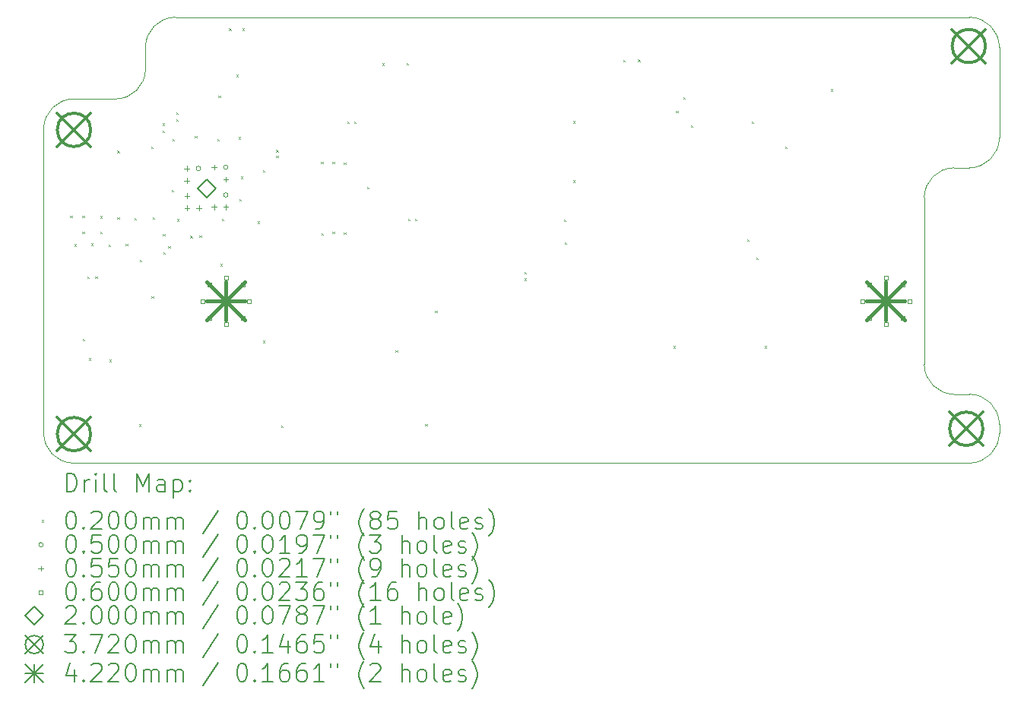
<source format=gbr>
%TF.GenerationSoftware,KiCad,Pcbnew,8.0.0-rc1*%
%TF.CreationDate,2025-03-27T12:12:59+03:00*%
%TF.ProjectId,GSM_CT_V1.0,47534d5f-4354-45f5-9631-2e302e6b6963,rev?*%
%TF.SameCoordinates,Original*%
%TF.FileFunction,Drillmap*%
%TF.FilePolarity,Positive*%
%FSLAX45Y45*%
G04 Gerber Fmt 4.5, Leading zero omitted, Abs format (unit mm)*
G04 Created by KiCad (PCBNEW 8.0.0-rc1) date 2025-03-27 12:12:59*
%MOMM*%
%LPD*%
G01*
G04 APERTURE LIST*
%ADD10C,0.100000*%
%ADD11C,0.200000*%
%ADD12C,0.372000*%
%ADD13C,0.422000*%
G04 APERTURE END LIST*
D10*
X7143000Y-7518970D02*
X7143000Y-7763998D01*
X16652000Y-11820998D02*
G75*
G02*
X16318000Y-12154000I-333490J489D01*
G01*
X16652000Y-7519969D02*
X16652000Y-8530510D01*
X16652000Y-8530510D02*
G75*
G02*
X16318510Y-8864000I-333490J0D01*
G01*
X6809000Y-8097000D02*
X6343000Y-8097000D01*
X16318998Y-7185969D02*
G75*
G02*
X16652001Y-7519969I-489J-333491D01*
G01*
X16318998Y-7185969D02*
X7477000Y-7185969D01*
X6009000Y-8430000D02*
G75*
G02*
X6343000Y-8097000I333490J-490D01*
G01*
X7143000Y-7518970D02*
G75*
G02*
X7477000Y-7185970I333490J-490D01*
G01*
X6342001Y-12154000D02*
X16318000Y-12154000D01*
X15815509Y-9197491D02*
G75*
G02*
X16149000Y-8864000I333491J1D01*
G01*
X6342001Y-12154000D02*
G75*
G02*
X6009000Y-11820000I489J333490D01*
G01*
X16652000Y-11719494D02*
X16652000Y-11820998D01*
X16148511Y-11386000D02*
X16318506Y-11386000D01*
X16148511Y-11386000D02*
G75*
G02*
X15815500Y-11052000I489J333500D01*
G01*
X15815509Y-11052000D02*
X15815509Y-9197491D01*
X7143000Y-7763998D02*
G75*
G02*
X6809000Y-8097000I-333490J489D01*
G01*
X6009000Y-8430000D02*
X6009000Y-11820000D01*
X16318506Y-11386000D02*
G75*
G02*
X16652000Y-11719494I4J-333490D01*
G01*
X16318510Y-8864000D02*
X16149000Y-8864000D01*
D11*
D10*
X6304000Y-9399000D02*
X6324000Y-9419000D01*
X6324000Y-9399000D02*
X6304000Y-9419000D01*
X6352000Y-9715000D02*
X6372000Y-9735000D01*
X6372000Y-9715000D02*
X6352000Y-9735000D01*
X6440000Y-9398000D02*
X6460000Y-9418000D01*
X6460000Y-9398000D02*
X6440000Y-9418000D01*
X6440000Y-9576000D02*
X6460000Y-9596000D01*
X6460000Y-9576000D02*
X6440000Y-9596000D01*
X6445000Y-10771000D02*
X6465000Y-10791000D01*
X6465000Y-10771000D02*
X6445000Y-10791000D01*
X6497000Y-10075000D02*
X6517000Y-10095000D01*
X6517000Y-10075000D02*
X6497000Y-10095000D01*
X6511000Y-10985000D02*
X6531000Y-11005000D01*
X6531000Y-10985000D02*
X6511000Y-11005000D01*
X6537000Y-9706000D02*
X6557000Y-9726000D01*
X6557000Y-9706000D02*
X6537000Y-9726000D01*
X6582000Y-10077000D02*
X6602000Y-10097000D01*
X6602000Y-10077000D02*
X6582000Y-10097000D01*
X6640000Y-9403000D02*
X6660000Y-9423000D01*
X6660000Y-9403000D02*
X6640000Y-9423000D01*
X6641000Y-9576000D02*
X6661000Y-9596000D01*
X6661000Y-9576000D02*
X6641000Y-9596000D01*
X6734000Y-9721000D02*
X6754000Y-9741000D01*
X6754000Y-9721000D02*
X6734000Y-9741000D01*
X6739500Y-11002500D02*
X6759500Y-11022500D01*
X6759500Y-11002500D02*
X6739500Y-11022500D01*
X6828000Y-8673000D02*
X6848000Y-8693000D01*
X6848000Y-8673000D02*
X6828000Y-8693000D01*
X6828000Y-9413000D02*
X6848000Y-9433000D01*
X6848000Y-9413000D02*
X6828000Y-9433000D01*
X6921000Y-9709000D02*
X6941000Y-9729000D01*
X6941000Y-9709000D02*
X6921000Y-9729000D01*
X7019000Y-9423000D02*
X7039000Y-9443000D01*
X7039000Y-9423000D02*
X7019000Y-9443000D01*
X7069000Y-11721000D02*
X7089000Y-11741000D01*
X7089000Y-11721000D02*
X7069000Y-11741000D01*
X7077000Y-9888000D02*
X7097000Y-9908000D01*
X7097000Y-9888000D02*
X7077000Y-9908000D01*
X7208000Y-8629000D02*
X7228000Y-8649000D01*
X7228000Y-8629000D02*
X7208000Y-8649000D01*
X7210000Y-10297000D02*
X7230000Y-10317000D01*
X7230000Y-10297000D02*
X7210000Y-10317000D01*
X7221000Y-9412000D02*
X7241000Y-9432000D01*
X7241000Y-9412000D02*
X7221000Y-9432000D01*
X7332000Y-8369000D02*
X7352000Y-8389000D01*
X7352000Y-8369000D02*
X7332000Y-8389000D01*
X7332000Y-8447000D02*
X7352000Y-8467000D01*
X7352000Y-8447000D02*
X7332000Y-8467000D01*
X7337000Y-9603000D02*
X7357000Y-9623000D01*
X7357000Y-9603000D02*
X7337000Y-9623000D01*
X7342000Y-9806000D02*
X7362000Y-9826000D01*
X7362000Y-9806000D02*
X7342000Y-9826000D01*
X7397000Y-9736000D02*
X7417000Y-9756000D01*
X7417000Y-9736000D02*
X7397000Y-9756000D01*
X7433000Y-9111000D02*
X7453000Y-9131000D01*
X7453000Y-9111000D02*
X7433000Y-9131000D01*
X7441859Y-8542000D02*
X7461859Y-8562000D01*
X7461859Y-8542000D02*
X7441859Y-8562000D01*
X7487255Y-8245000D02*
X7507255Y-8265000D01*
X7507255Y-8245000D02*
X7487255Y-8265000D01*
X7487255Y-8323000D02*
X7507255Y-8343000D01*
X7507255Y-8323000D02*
X7487255Y-8343000D01*
X7492000Y-9436000D02*
X7512000Y-9456000D01*
X7512000Y-9436000D02*
X7492000Y-9456000D01*
X7642000Y-9622000D02*
X7662000Y-9642000D01*
X7662000Y-9622000D02*
X7642000Y-9642000D01*
X7692000Y-8511000D02*
X7712000Y-8531000D01*
X7712000Y-8511000D02*
X7692000Y-8531000D01*
X7743000Y-9620000D02*
X7763000Y-9640000D01*
X7763000Y-9620000D02*
X7743000Y-9640000D01*
X7942000Y-8543000D02*
X7962000Y-8563000D01*
X7962000Y-8543000D02*
X7942000Y-8563000D01*
X7955000Y-8058000D02*
X7975000Y-8078000D01*
X7975000Y-8058000D02*
X7955000Y-8078000D01*
X7977000Y-9935000D02*
X7997000Y-9955000D01*
X7997000Y-9935000D02*
X7977000Y-9955000D01*
X7994000Y-9431000D02*
X8014000Y-9451000D01*
X8014000Y-9431000D02*
X7994000Y-9451000D01*
X8073000Y-7309000D02*
X8093000Y-7329000D01*
X8093000Y-7309000D02*
X8073000Y-7329000D01*
X8155000Y-7826000D02*
X8175000Y-7846000D01*
X8175000Y-7826000D02*
X8155000Y-7846000D01*
X8177000Y-8520000D02*
X8197000Y-8540000D01*
X8197000Y-8520000D02*
X8177000Y-8540000D01*
X8190000Y-9211000D02*
X8210000Y-9231000D01*
X8210000Y-9211000D02*
X8190000Y-9231000D01*
X8203000Y-8960000D02*
X8223000Y-8980000D01*
X8223000Y-8960000D02*
X8203000Y-8980000D01*
X8220000Y-7309000D02*
X8240000Y-7329000D01*
X8240000Y-7309000D02*
X8220000Y-7329000D01*
X8389000Y-9461000D02*
X8409000Y-9481000D01*
X8409000Y-9461000D02*
X8389000Y-9481000D01*
X8449000Y-10789000D02*
X8469000Y-10809000D01*
X8469000Y-10789000D02*
X8449000Y-10809000D01*
X8450000Y-8888000D02*
X8470000Y-8908000D01*
X8470000Y-8888000D02*
X8450000Y-8908000D01*
X8598000Y-8666000D02*
X8618000Y-8686000D01*
X8618000Y-8666000D02*
X8598000Y-8686000D01*
X8598000Y-8728000D02*
X8618000Y-8748000D01*
X8618000Y-8728000D02*
X8598000Y-8748000D01*
X8656000Y-11733000D02*
X8676000Y-11753000D01*
X8676000Y-11733000D02*
X8656000Y-11753000D01*
X9097000Y-8797000D02*
X9117000Y-8817000D01*
X9117000Y-8797000D02*
X9097000Y-8817000D01*
X9104000Y-9591000D02*
X9124000Y-9611000D01*
X9124000Y-9591000D02*
X9104000Y-9611000D01*
X9224000Y-9577000D02*
X9244000Y-9597000D01*
X9244000Y-9577000D02*
X9224000Y-9597000D01*
X9226000Y-8799000D02*
X9246000Y-8819000D01*
X9246000Y-8799000D02*
X9226000Y-8819000D01*
X9352000Y-9582000D02*
X9372000Y-9602000D01*
X9372000Y-9582000D02*
X9352000Y-9602000D01*
X9353000Y-8803000D02*
X9373000Y-8823000D01*
X9373000Y-8803000D02*
X9353000Y-8823000D01*
X9389000Y-8349000D02*
X9409000Y-8369000D01*
X9409000Y-8349000D02*
X9389000Y-8369000D01*
X9467000Y-8349000D02*
X9487000Y-8369000D01*
X9487000Y-8349000D02*
X9467000Y-8369000D01*
X9611000Y-9078000D02*
X9631000Y-9098000D01*
X9631000Y-9078000D02*
X9611000Y-9098000D01*
X9780000Y-7699000D02*
X9800000Y-7719000D01*
X9800000Y-7699000D02*
X9780000Y-7719000D01*
X9927000Y-10896000D02*
X9947000Y-10916000D01*
X9947000Y-10896000D02*
X9927000Y-10916000D01*
X10050000Y-7698000D02*
X10070000Y-7718000D01*
X10070000Y-7698000D02*
X10050000Y-7718000D01*
X10069000Y-9433000D02*
X10089000Y-9453000D01*
X10089000Y-9433000D02*
X10069000Y-9453000D01*
X10145000Y-9433000D02*
X10165000Y-9453000D01*
X10165000Y-9433000D02*
X10145000Y-9453000D01*
X10259000Y-11720000D02*
X10279000Y-11740000D01*
X10279000Y-11720000D02*
X10259000Y-11740000D01*
X10368000Y-10456000D02*
X10388000Y-10476000D01*
X10388000Y-10456000D02*
X10368000Y-10476000D01*
X11361000Y-10095000D02*
X11381000Y-10115000D01*
X11381000Y-10095000D02*
X11361000Y-10115000D01*
X11362000Y-10024000D02*
X11382000Y-10044000D01*
X11382000Y-10024000D02*
X11362000Y-10044000D01*
X11802000Y-9440000D02*
X11822000Y-9460000D01*
X11822000Y-9440000D02*
X11802000Y-9460000D01*
X11814000Y-9696000D02*
X11834000Y-9716000D01*
X11834000Y-9696000D02*
X11814000Y-9716000D01*
X11905000Y-8344000D02*
X11925000Y-8364000D01*
X11925000Y-8344000D02*
X11905000Y-8364000D01*
X11905000Y-9003000D02*
X11925000Y-9023000D01*
X11925000Y-9003000D02*
X11905000Y-9023000D01*
X12465000Y-7661000D02*
X12485000Y-7681000D01*
X12485000Y-7661000D02*
X12465000Y-7681000D01*
X12630000Y-7657000D02*
X12650000Y-7677000D01*
X12650000Y-7657000D02*
X12630000Y-7677000D01*
X13020000Y-10849000D02*
X13040000Y-10869000D01*
X13040000Y-10849000D02*
X13020000Y-10869000D01*
X13053000Y-8231000D02*
X13073000Y-8251000D01*
X13073000Y-8231000D02*
X13053000Y-8251000D01*
X13131000Y-8075000D02*
X13151000Y-8095000D01*
X13151000Y-8075000D02*
X13131000Y-8095000D01*
X13219000Y-8388000D02*
X13239000Y-8408000D01*
X13239000Y-8388000D02*
X13219000Y-8408000D01*
X13841000Y-9661000D02*
X13861000Y-9681000D01*
X13861000Y-9661000D02*
X13841000Y-9681000D01*
X13894000Y-8347000D02*
X13914000Y-8367000D01*
X13914000Y-8347000D02*
X13894000Y-8367000D01*
X13946000Y-9863000D02*
X13966000Y-9883000D01*
X13966000Y-9863000D02*
X13946000Y-9883000D01*
X14036000Y-10851000D02*
X14056000Y-10871000D01*
X14056000Y-10851000D02*
X14036000Y-10871000D01*
X14265000Y-8628000D02*
X14285000Y-8648000D01*
X14285000Y-8628000D02*
X14265000Y-8648000D01*
X14774000Y-7989000D02*
X14794000Y-8009000D01*
X14794000Y-7989000D02*
X14774000Y-8009000D01*
X7757000Y-8871000D02*
G75*
G02*
X7707000Y-8871000I-25000J0D01*
G01*
X7707000Y-8871000D02*
G75*
G02*
X7757000Y-8871000I25000J0D01*
G01*
X8062000Y-8856000D02*
G75*
G02*
X8012000Y-8856000I-25000J0D01*
G01*
X8012000Y-8856000D02*
G75*
G02*
X8062000Y-8856000I25000J0D01*
G01*
X8062000Y-9166000D02*
G75*
G02*
X8012000Y-9166000I-25000J0D01*
G01*
X8012000Y-9166000D02*
G75*
G02*
X8062000Y-9166000I25000J0D01*
G01*
X7602000Y-8843500D02*
X7602000Y-8898500D01*
X7574500Y-8871000D02*
X7629500Y-8871000D01*
X7602000Y-8978500D02*
X7602000Y-9033500D01*
X7574500Y-9006000D02*
X7629500Y-9006000D01*
X7607000Y-9148500D02*
X7607000Y-9203500D01*
X7579500Y-9176000D02*
X7634500Y-9176000D01*
X7607000Y-9283500D02*
X7607000Y-9338500D01*
X7579500Y-9311000D02*
X7634500Y-9311000D01*
X7737000Y-9283500D02*
X7737000Y-9338500D01*
X7709500Y-9311000D02*
X7764500Y-9311000D01*
X7907000Y-8828500D02*
X7907000Y-8883500D01*
X7879500Y-8856000D02*
X7934500Y-8856000D01*
X7907000Y-9273500D02*
X7907000Y-9328500D01*
X7879500Y-9301000D02*
X7934500Y-9301000D01*
X8037000Y-8963500D02*
X8037000Y-9018500D01*
X8009500Y-8991000D02*
X8064500Y-8991000D01*
X8037000Y-9273500D02*
X8037000Y-9328500D01*
X8009500Y-9301000D02*
X8064500Y-9301000D01*
X7800213Y-10370213D02*
X7800213Y-10327787D01*
X7757787Y-10327787D01*
X7757787Y-10370213D01*
X7800213Y-10370213D01*
X7875213Y-10185213D02*
X7875213Y-10142787D01*
X7832787Y-10142787D01*
X7832787Y-10185213D01*
X7875213Y-10185213D01*
X7875213Y-10555213D02*
X7875213Y-10512787D01*
X7832787Y-10512787D01*
X7832787Y-10555213D01*
X7875213Y-10555213D01*
X8060213Y-10110213D02*
X8060213Y-10067787D01*
X8017787Y-10067787D01*
X8017787Y-10110213D01*
X8060213Y-10110213D01*
X8060213Y-10630213D02*
X8060213Y-10587787D01*
X8017787Y-10587787D01*
X8017787Y-10630213D01*
X8060213Y-10630213D01*
X8245213Y-10185213D02*
X8245213Y-10142787D01*
X8202787Y-10142787D01*
X8202787Y-10185213D01*
X8245213Y-10185213D01*
X8245213Y-10555213D02*
X8245213Y-10512787D01*
X8202787Y-10512787D01*
X8202787Y-10555213D01*
X8245213Y-10555213D01*
X8320213Y-10370213D02*
X8320213Y-10327787D01*
X8277787Y-10327787D01*
X8277787Y-10370213D01*
X8320213Y-10370213D01*
X15150213Y-10370213D02*
X15150213Y-10327787D01*
X15107787Y-10327787D01*
X15107787Y-10370213D01*
X15150213Y-10370213D01*
X15225213Y-10185213D02*
X15225213Y-10142787D01*
X15182787Y-10142787D01*
X15182787Y-10185213D01*
X15225213Y-10185213D01*
X15225213Y-10555213D02*
X15225213Y-10512787D01*
X15182787Y-10512787D01*
X15182787Y-10555213D01*
X15225213Y-10555213D01*
X15410213Y-10110213D02*
X15410213Y-10067787D01*
X15367787Y-10067787D01*
X15367787Y-10110213D01*
X15410213Y-10110213D01*
X15410213Y-10630213D02*
X15410213Y-10587787D01*
X15367787Y-10587787D01*
X15367787Y-10630213D01*
X15410213Y-10630213D01*
X15595213Y-10185213D02*
X15595213Y-10142787D01*
X15552787Y-10142787D01*
X15552787Y-10185213D01*
X15595213Y-10185213D01*
X15595213Y-10555213D02*
X15595213Y-10512787D01*
X15552787Y-10512787D01*
X15552787Y-10555213D01*
X15595213Y-10555213D01*
X15670213Y-10370213D02*
X15670213Y-10327787D01*
X15627787Y-10327787D01*
X15627787Y-10370213D01*
X15670213Y-10370213D01*
D11*
X7827000Y-9196000D02*
X7927000Y-9096000D01*
X7827000Y-8996000D01*
X7727000Y-9096000D01*
X7827000Y-9196000D01*
D12*
X6160000Y-8255000D02*
X6532000Y-8627000D01*
X6532000Y-8255000D02*
X6160000Y-8627000D01*
X6532000Y-8441000D02*
G75*
G02*
X6160000Y-8441000I-186000J0D01*
G01*
X6160000Y-8441000D02*
G75*
G02*
X6532000Y-8441000I186000J0D01*
G01*
X6160000Y-11645000D02*
X6532000Y-12017000D01*
X6532000Y-11645000D02*
X6160000Y-12017000D01*
X6532000Y-11831000D02*
G75*
G02*
X6160000Y-11831000I-186000J0D01*
G01*
X6160000Y-11831000D02*
G75*
G02*
X6532000Y-11831000I186000J0D01*
G01*
X16098000Y-11585000D02*
X16470000Y-11957000D01*
X16470000Y-11585000D02*
X16098000Y-11957000D01*
X16470000Y-11771000D02*
G75*
G02*
X16098000Y-11771000I-186000J0D01*
G01*
X16098000Y-11771000D02*
G75*
G02*
X16470000Y-11771000I186000J0D01*
G01*
X16126000Y-7321000D02*
X16498000Y-7693000D01*
X16498000Y-7321000D02*
X16126000Y-7693000D01*
X16498000Y-7507000D02*
G75*
G02*
X16126000Y-7507000I-186000J0D01*
G01*
X16126000Y-7507000D02*
G75*
G02*
X16498000Y-7507000I186000J0D01*
G01*
D13*
X7828000Y-10138000D02*
X8250000Y-10560000D01*
X8250000Y-10138000D02*
X7828000Y-10560000D01*
X8039000Y-10138000D02*
X8039000Y-10560000D01*
X7828000Y-10349000D02*
X8250000Y-10349000D01*
X15178000Y-10138000D02*
X15600000Y-10560000D01*
X15600000Y-10138000D02*
X15178000Y-10560000D01*
X15389000Y-10138000D02*
X15389000Y-10560000D01*
X15178000Y-10349000D02*
X15600000Y-10349000D01*
D11*
X6264776Y-12470484D02*
X6264776Y-12270484D01*
X6264776Y-12270484D02*
X6312395Y-12270484D01*
X6312395Y-12270484D02*
X6340967Y-12280008D01*
X6340967Y-12280008D02*
X6360014Y-12299055D01*
X6360014Y-12299055D02*
X6369538Y-12318103D01*
X6369538Y-12318103D02*
X6379062Y-12356198D01*
X6379062Y-12356198D02*
X6379062Y-12384770D01*
X6379062Y-12384770D02*
X6369538Y-12422865D01*
X6369538Y-12422865D02*
X6360014Y-12441913D01*
X6360014Y-12441913D02*
X6340967Y-12460960D01*
X6340967Y-12460960D02*
X6312395Y-12470484D01*
X6312395Y-12470484D02*
X6264776Y-12470484D01*
X6464776Y-12470484D02*
X6464776Y-12337151D01*
X6464776Y-12375246D02*
X6474300Y-12356198D01*
X6474300Y-12356198D02*
X6483824Y-12346674D01*
X6483824Y-12346674D02*
X6502872Y-12337151D01*
X6502872Y-12337151D02*
X6521919Y-12337151D01*
X6588586Y-12470484D02*
X6588586Y-12337151D01*
X6588586Y-12270484D02*
X6579062Y-12280008D01*
X6579062Y-12280008D02*
X6588586Y-12289532D01*
X6588586Y-12289532D02*
X6598110Y-12280008D01*
X6598110Y-12280008D02*
X6588586Y-12270484D01*
X6588586Y-12270484D02*
X6588586Y-12289532D01*
X6712395Y-12470484D02*
X6693348Y-12460960D01*
X6693348Y-12460960D02*
X6683824Y-12441913D01*
X6683824Y-12441913D02*
X6683824Y-12270484D01*
X6817157Y-12470484D02*
X6798110Y-12460960D01*
X6798110Y-12460960D02*
X6788586Y-12441913D01*
X6788586Y-12441913D02*
X6788586Y-12270484D01*
X7045729Y-12470484D02*
X7045729Y-12270484D01*
X7045729Y-12270484D02*
X7112395Y-12413341D01*
X7112395Y-12413341D02*
X7179062Y-12270484D01*
X7179062Y-12270484D02*
X7179062Y-12470484D01*
X7360014Y-12470484D02*
X7360014Y-12365722D01*
X7360014Y-12365722D02*
X7350491Y-12346674D01*
X7350491Y-12346674D02*
X7331443Y-12337151D01*
X7331443Y-12337151D02*
X7293348Y-12337151D01*
X7293348Y-12337151D02*
X7274300Y-12346674D01*
X7360014Y-12460960D02*
X7340967Y-12470484D01*
X7340967Y-12470484D02*
X7293348Y-12470484D01*
X7293348Y-12470484D02*
X7274300Y-12460960D01*
X7274300Y-12460960D02*
X7264776Y-12441913D01*
X7264776Y-12441913D02*
X7264776Y-12422865D01*
X7264776Y-12422865D02*
X7274300Y-12403817D01*
X7274300Y-12403817D02*
X7293348Y-12394294D01*
X7293348Y-12394294D02*
X7340967Y-12394294D01*
X7340967Y-12394294D02*
X7360014Y-12384770D01*
X7455253Y-12337151D02*
X7455253Y-12537151D01*
X7455253Y-12346674D02*
X7474300Y-12337151D01*
X7474300Y-12337151D02*
X7512395Y-12337151D01*
X7512395Y-12337151D02*
X7531443Y-12346674D01*
X7531443Y-12346674D02*
X7540967Y-12356198D01*
X7540967Y-12356198D02*
X7550491Y-12375246D01*
X7550491Y-12375246D02*
X7550491Y-12432389D01*
X7550491Y-12432389D02*
X7540967Y-12451436D01*
X7540967Y-12451436D02*
X7531443Y-12460960D01*
X7531443Y-12460960D02*
X7512395Y-12470484D01*
X7512395Y-12470484D02*
X7474300Y-12470484D01*
X7474300Y-12470484D02*
X7455253Y-12460960D01*
X7636205Y-12451436D02*
X7645729Y-12460960D01*
X7645729Y-12460960D02*
X7636205Y-12470484D01*
X7636205Y-12470484D02*
X7626681Y-12460960D01*
X7626681Y-12460960D02*
X7636205Y-12451436D01*
X7636205Y-12451436D02*
X7636205Y-12470484D01*
X7636205Y-12346674D02*
X7645729Y-12356198D01*
X7645729Y-12356198D02*
X7636205Y-12365722D01*
X7636205Y-12365722D02*
X7626681Y-12356198D01*
X7626681Y-12356198D02*
X7636205Y-12346674D01*
X7636205Y-12346674D02*
X7636205Y-12365722D01*
D10*
X5984000Y-12789000D02*
X6004000Y-12809000D01*
X6004000Y-12789000D02*
X5984000Y-12809000D01*
D11*
X6302872Y-12690484D02*
X6321919Y-12690484D01*
X6321919Y-12690484D02*
X6340967Y-12700008D01*
X6340967Y-12700008D02*
X6350491Y-12709532D01*
X6350491Y-12709532D02*
X6360014Y-12728579D01*
X6360014Y-12728579D02*
X6369538Y-12766674D01*
X6369538Y-12766674D02*
X6369538Y-12814294D01*
X6369538Y-12814294D02*
X6360014Y-12852389D01*
X6360014Y-12852389D02*
X6350491Y-12871436D01*
X6350491Y-12871436D02*
X6340967Y-12880960D01*
X6340967Y-12880960D02*
X6321919Y-12890484D01*
X6321919Y-12890484D02*
X6302872Y-12890484D01*
X6302872Y-12890484D02*
X6283824Y-12880960D01*
X6283824Y-12880960D02*
X6274300Y-12871436D01*
X6274300Y-12871436D02*
X6264776Y-12852389D01*
X6264776Y-12852389D02*
X6255253Y-12814294D01*
X6255253Y-12814294D02*
X6255253Y-12766674D01*
X6255253Y-12766674D02*
X6264776Y-12728579D01*
X6264776Y-12728579D02*
X6274300Y-12709532D01*
X6274300Y-12709532D02*
X6283824Y-12700008D01*
X6283824Y-12700008D02*
X6302872Y-12690484D01*
X6455253Y-12871436D02*
X6464776Y-12880960D01*
X6464776Y-12880960D02*
X6455253Y-12890484D01*
X6455253Y-12890484D02*
X6445729Y-12880960D01*
X6445729Y-12880960D02*
X6455253Y-12871436D01*
X6455253Y-12871436D02*
X6455253Y-12890484D01*
X6540967Y-12709532D02*
X6550491Y-12700008D01*
X6550491Y-12700008D02*
X6569538Y-12690484D01*
X6569538Y-12690484D02*
X6617157Y-12690484D01*
X6617157Y-12690484D02*
X6636205Y-12700008D01*
X6636205Y-12700008D02*
X6645729Y-12709532D01*
X6645729Y-12709532D02*
X6655253Y-12728579D01*
X6655253Y-12728579D02*
X6655253Y-12747627D01*
X6655253Y-12747627D02*
X6645729Y-12776198D01*
X6645729Y-12776198D02*
X6531443Y-12890484D01*
X6531443Y-12890484D02*
X6655253Y-12890484D01*
X6779062Y-12690484D02*
X6798110Y-12690484D01*
X6798110Y-12690484D02*
X6817157Y-12700008D01*
X6817157Y-12700008D02*
X6826681Y-12709532D01*
X6826681Y-12709532D02*
X6836205Y-12728579D01*
X6836205Y-12728579D02*
X6845729Y-12766674D01*
X6845729Y-12766674D02*
X6845729Y-12814294D01*
X6845729Y-12814294D02*
X6836205Y-12852389D01*
X6836205Y-12852389D02*
X6826681Y-12871436D01*
X6826681Y-12871436D02*
X6817157Y-12880960D01*
X6817157Y-12880960D02*
X6798110Y-12890484D01*
X6798110Y-12890484D02*
X6779062Y-12890484D01*
X6779062Y-12890484D02*
X6760014Y-12880960D01*
X6760014Y-12880960D02*
X6750491Y-12871436D01*
X6750491Y-12871436D02*
X6740967Y-12852389D01*
X6740967Y-12852389D02*
X6731443Y-12814294D01*
X6731443Y-12814294D02*
X6731443Y-12766674D01*
X6731443Y-12766674D02*
X6740967Y-12728579D01*
X6740967Y-12728579D02*
X6750491Y-12709532D01*
X6750491Y-12709532D02*
X6760014Y-12700008D01*
X6760014Y-12700008D02*
X6779062Y-12690484D01*
X6969538Y-12690484D02*
X6988586Y-12690484D01*
X6988586Y-12690484D02*
X7007634Y-12700008D01*
X7007634Y-12700008D02*
X7017157Y-12709532D01*
X7017157Y-12709532D02*
X7026681Y-12728579D01*
X7026681Y-12728579D02*
X7036205Y-12766674D01*
X7036205Y-12766674D02*
X7036205Y-12814294D01*
X7036205Y-12814294D02*
X7026681Y-12852389D01*
X7026681Y-12852389D02*
X7017157Y-12871436D01*
X7017157Y-12871436D02*
X7007634Y-12880960D01*
X7007634Y-12880960D02*
X6988586Y-12890484D01*
X6988586Y-12890484D02*
X6969538Y-12890484D01*
X6969538Y-12890484D02*
X6950491Y-12880960D01*
X6950491Y-12880960D02*
X6940967Y-12871436D01*
X6940967Y-12871436D02*
X6931443Y-12852389D01*
X6931443Y-12852389D02*
X6921919Y-12814294D01*
X6921919Y-12814294D02*
X6921919Y-12766674D01*
X6921919Y-12766674D02*
X6931443Y-12728579D01*
X6931443Y-12728579D02*
X6940967Y-12709532D01*
X6940967Y-12709532D02*
X6950491Y-12700008D01*
X6950491Y-12700008D02*
X6969538Y-12690484D01*
X7121919Y-12890484D02*
X7121919Y-12757151D01*
X7121919Y-12776198D02*
X7131443Y-12766674D01*
X7131443Y-12766674D02*
X7150491Y-12757151D01*
X7150491Y-12757151D02*
X7179062Y-12757151D01*
X7179062Y-12757151D02*
X7198110Y-12766674D01*
X7198110Y-12766674D02*
X7207634Y-12785722D01*
X7207634Y-12785722D02*
X7207634Y-12890484D01*
X7207634Y-12785722D02*
X7217157Y-12766674D01*
X7217157Y-12766674D02*
X7236205Y-12757151D01*
X7236205Y-12757151D02*
X7264776Y-12757151D01*
X7264776Y-12757151D02*
X7283824Y-12766674D01*
X7283824Y-12766674D02*
X7293348Y-12785722D01*
X7293348Y-12785722D02*
X7293348Y-12890484D01*
X7388586Y-12890484D02*
X7388586Y-12757151D01*
X7388586Y-12776198D02*
X7398110Y-12766674D01*
X7398110Y-12766674D02*
X7417157Y-12757151D01*
X7417157Y-12757151D02*
X7445729Y-12757151D01*
X7445729Y-12757151D02*
X7464776Y-12766674D01*
X7464776Y-12766674D02*
X7474300Y-12785722D01*
X7474300Y-12785722D02*
X7474300Y-12890484D01*
X7474300Y-12785722D02*
X7483824Y-12766674D01*
X7483824Y-12766674D02*
X7502872Y-12757151D01*
X7502872Y-12757151D02*
X7531443Y-12757151D01*
X7531443Y-12757151D02*
X7550491Y-12766674D01*
X7550491Y-12766674D02*
X7560015Y-12785722D01*
X7560015Y-12785722D02*
X7560015Y-12890484D01*
X7950491Y-12680960D02*
X7779062Y-12938103D01*
X8207634Y-12690484D02*
X8226681Y-12690484D01*
X8226681Y-12690484D02*
X8245729Y-12700008D01*
X8245729Y-12700008D02*
X8255253Y-12709532D01*
X8255253Y-12709532D02*
X8264777Y-12728579D01*
X8264777Y-12728579D02*
X8274300Y-12766674D01*
X8274300Y-12766674D02*
X8274300Y-12814294D01*
X8274300Y-12814294D02*
X8264777Y-12852389D01*
X8264777Y-12852389D02*
X8255253Y-12871436D01*
X8255253Y-12871436D02*
X8245729Y-12880960D01*
X8245729Y-12880960D02*
X8226681Y-12890484D01*
X8226681Y-12890484D02*
X8207634Y-12890484D01*
X8207634Y-12890484D02*
X8188586Y-12880960D01*
X8188586Y-12880960D02*
X8179062Y-12871436D01*
X8179062Y-12871436D02*
X8169538Y-12852389D01*
X8169538Y-12852389D02*
X8160015Y-12814294D01*
X8160015Y-12814294D02*
X8160015Y-12766674D01*
X8160015Y-12766674D02*
X8169538Y-12728579D01*
X8169538Y-12728579D02*
X8179062Y-12709532D01*
X8179062Y-12709532D02*
X8188586Y-12700008D01*
X8188586Y-12700008D02*
X8207634Y-12690484D01*
X8360015Y-12871436D02*
X8369538Y-12880960D01*
X8369538Y-12880960D02*
X8360015Y-12890484D01*
X8360015Y-12890484D02*
X8350491Y-12880960D01*
X8350491Y-12880960D02*
X8360015Y-12871436D01*
X8360015Y-12871436D02*
X8360015Y-12890484D01*
X8493348Y-12690484D02*
X8512396Y-12690484D01*
X8512396Y-12690484D02*
X8531443Y-12700008D01*
X8531443Y-12700008D02*
X8540967Y-12709532D01*
X8540967Y-12709532D02*
X8550491Y-12728579D01*
X8550491Y-12728579D02*
X8560015Y-12766674D01*
X8560015Y-12766674D02*
X8560015Y-12814294D01*
X8560015Y-12814294D02*
X8550491Y-12852389D01*
X8550491Y-12852389D02*
X8540967Y-12871436D01*
X8540967Y-12871436D02*
X8531443Y-12880960D01*
X8531443Y-12880960D02*
X8512396Y-12890484D01*
X8512396Y-12890484D02*
X8493348Y-12890484D01*
X8493348Y-12890484D02*
X8474300Y-12880960D01*
X8474300Y-12880960D02*
X8464777Y-12871436D01*
X8464777Y-12871436D02*
X8455253Y-12852389D01*
X8455253Y-12852389D02*
X8445729Y-12814294D01*
X8445729Y-12814294D02*
X8445729Y-12766674D01*
X8445729Y-12766674D02*
X8455253Y-12728579D01*
X8455253Y-12728579D02*
X8464777Y-12709532D01*
X8464777Y-12709532D02*
X8474300Y-12700008D01*
X8474300Y-12700008D02*
X8493348Y-12690484D01*
X8683824Y-12690484D02*
X8702872Y-12690484D01*
X8702872Y-12690484D02*
X8721920Y-12700008D01*
X8721920Y-12700008D02*
X8731443Y-12709532D01*
X8731443Y-12709532D02*
X8740967Y-12728579D01*
X8740967Y-12728579D02*
X8750491Y-12766674D01*
X8750491Y-12766674D02*
X8750491Y-12814294D01*
X8750491Y-12814294D02*
X8740967Y-12852389D01*
X8740967Y-12852389D02*
X8731443Y-12871436D01*
X8731443Y-12871436D02*
X8721920Y-12880960D01*
X8721920Y-12880960D02*
X8702872Y-12890484D01*
X8702872Y-12890484D02*
X8683824Y-12890484D01*
X8683824Y-12890484D02*
X8664777Y-12880960D01*
X8664777Y-12880960D02*
X8655253Y-12871436D01*
X8655253Y-12871436D02*
X8645729Y-12852389D01*
X8645729Y-12852389D02*
X8636205Y-12814294D01*
X8636205Y-12814294D02*
X8636205Y-12766674D01*
X8636205Y-12766674D02*
X8645729Y-12728579D01*
X8645729Y-12728579D02*
X8655253Y-12709532D01*
X8655253Y-12709532D02*
X8664777Y-12700008D01*
X8664777Y-12700008D02*
X8683824Y-12690484D01*
X8817158Y-12690484D02*
X8950491Y-12690484D01*
X8950491Y-12690484D02*
X8864777Y-12890484D01*
X9036205Y-12890484D02*
X9074300Y-12890484D01*
X9074300Y-12890484D02*
X9093348Y-12880960D01*
X9093348Y-12880960D02*
X9102872Y-12871436D01*
X9102872Y-12871436D02*
X9121920Y-12842865D01*
X9121920Y-12842865D02*
X9131443Y-12804770D01*
X9131443Y-12804770D02*
X9131443Y-12728579D01*
X9131443Y-12728579D02*
X9121920Y-12709532D01*
X9121920Y-12709532D02*
X9112396Y-12700008D01*
X9112396Y-12700008D02*
X9093348Y-12690484D01*
X9093348Y-12690484D02*
X9055253Y-12690484D01*
X9055253Y-12690484D02*
X9036205Y-12700008D01*
X9036205Y-12700008D02*
X9026681Y-12709532D01*
X9026681Y-12709532D02*
X9017158Y-12728579D01*
X9017158Y-12728579D02*
X9017158Y-12776198D01*
X9017158Y-12776198D02*
X9026681Y-12795246D01*
X9026681Y-12795246D02*
X9036205Y-12804770D01*
X9036205Y-12804770D02*
X9055253Y-12814294D01*
X9055253Y-12814294D02*
X9093348Y-12814294D01*
X9093348Y-12814294D02*
X9112396Y-12804770D01*
X9112396Y-12804770D02*
X9121920Y-12795246D01*
X9121920Y-12795246D02*
X9131443Y-12776198D01*
X9207634Y-12690484D02*
X9207634Y-12728579D01*
X9283824Y-12690484D02*
X9283824Y-12728579D01*
X9579063Y-12966674D02*
X9569539Y-12957151D01*
X9569539Y-12957151D02*
X9550491Y-12928579D01*
X9550491Y-12928579D02*
X9540967Y-12909532D01*
X9540967Y-12909532D02*
X9531443Y-12880960D01*
X9531443Y-12880960D02*
X9521920Y-12833341D01*
X9521920Y-12833341D02*
X9521920Y-12795246D01*
X9521920Y-12795246D02*
X9531443Y-12747627D01*
X9531443Y-12747627D02*
X9540967Y-12719055D01*
X9540967Y-12719055D02*
X9550491Y-12700008D01*
X9550491Y-12700008D02*
X9569539Y-12671436D01*
X9569539Y-12671436D02*
X9579063Y-12661913D01*
X9683824Y-12776198D02*
X9664777Y-12766674D01*
X9664777Y-12766674D02*
X9655253Y-12757151D01*
X9655253Y-12757151D02*
X9645729Y-12738103D01*
X9645729Y-12738103D02*
X9645729Y-12728579D01*
X9645729Y-12728579D02*
X9655253Y-12709532D01*
X9655253Y-12709532D02*
X9664777Y-12700008D01*
X9664777Y-12700008D02*
X9683824Y-12690484D01*
X9683824Y-12690484D02*
X9721920Y-12690484D01*
X9721920Y-12690484D02*
X9740967Y-12700008D01*
X9740967Y-12700008D02*
X9750491Y-12709532D01*
X9750491Y-12709532D02*
X9760015Y-12728579D01*
X9760015Y-12728579D02*
X9760015Y-12738103D01*
X9760015Y-12738103D02*
X9750491Y-12757151D01*
X9750491Y-12757151D02*
X9740967Y-12766674D01*
X9740967Y-12766674D02*
X9721920Y-12776198D01*
X9721920Y-12776198D02*
X9683824Y-12776198D01*
X9683824Y-12776198D02*
X9664777Y-12785722D01*
X9664777Y-12785722D02*
X9655253Y-12795246D01*
X9655253Y-12795246D02*
X9645729Y-12814294D01*
X9645729Y-12814294D02*
X9645729Y-12852389D01*
X9645729Y-12852389D02*
X9655253Y-12871436D01*
X9655253Y-12871436D02*
X9664777Y-12880960D01*
X9664777Y-12880960D02*
X9683824Y-12890484D01*
X9683824Y-12890484D02*
X9721920Y-12890484D01*
X9721920Y-12890484D02*
X9740967Y-12880960D01*
X9740967Y-12880960D02*
X9750491Y-12871436D01*
X9750491Y-12871436D02*
X9760015Y-12852389D01*
X9760015Y-12852389D02*
X9760015Y-12814294D01*
X9760015Y-12814294D02*
X9750491Y-12795246D01*
X9750491Y-12795246D02*
X9740967Y-12785722D01*
X9740967Y-12785722D02*
X9721920Y-12776198D01*
X9940967Y-12690484D02*
X9845729Y-12690484D01*
X9845729Y-12690484D02*
X9836205Y-12785722D01*
X9836205Y-12785722D02*
X9845729Y-12776198D01*
X9845729Y-12776198D02*
X9864777Y-12766674D01*
X9864777Y-12766674D02*
X9912396Y-12766674D01*
X9912396Y-12766674D02*
X9931443Y-12776198D01*
X9931443Y-12776198D02*
X9940967Y-12785722D01*
X9940967Y-12785722D02*
X9950491Y-12804770D01*
X9950491Y-12804770D02*
X9950491Y-12852389D01*
X9950491Y-12852389D02*
X9940967Y-12871436D01*
X9940967Y-12871436D02*
X9931443Y-12880960D01*
X9931443Y-12880960D02*
X9912396Y-12890484D01*
X9912396Y-12890484D02*
X9864777Y-12890484D01*
X9864777Y-12890484D02*
X9845729Y-12880960D01*
X9845729Y-12880960D02*
X9836205Y-12871436D01*
X10188586Y-12890484D02*
X10188586Y-12690484D01*
X10274301Y-12890484D02*
X10274301Y-12785722D01*
X10274301Y-12785722D02*
X10264777Y-12766674D01*
X10264777Y-12766674D02*
X10245729Y-12757151D01*
X10245729Y-12757151D02*
X10217158Y-12757151D01*
X10217158Y-12757151D02*
X10198110Y-12766674D01*
X10198110Y-12766674D02*
X10188586Y-12776198D01*
X10398110Y-12890484D02*
X10379063Y-12880960D01*
X10379063Y-12880960D02*
X10369539Y-12871436D01*
X10369539Y-12871436D02*
X10360015Y-12852389D01*
X10360015Y-12852389D02*
X10360015Y-12795246D01*
X10360015Y-12795246D02*
X10369539Y-12776198D01*
X10369539Y-12776198D02*
X10379063Y-12766674D01*
X10379063Y-12766674D02*
X10398110Y-12757151D01*
X10398110Y-12757151D02*
X10426682Y-12757151D01*
X10426682Y-12757151D02*
X10445729Y-12766674D01*
X10445729Y-12766674D02*
X10455253Y-12776198D01*
X10455253Y-12776198D02*
X10464777Y-12795246D01*
X10464777Y-12795246D02*
X10464777Y-12852389D01*
X10464777Y-12852389D02*
X10455253Y-12871436D01*
X10455253Y-12871436D02*
X10445729Y-12880960D01*
X10445729Y-12880960D02*
X10426682Y-12890484D01*
X10426682Y-12890484D02*
X10398110Y-12890484D01*
X10579063Y-12890484D02*
X10560015Y-12880960D01*
X10560015Y-12880960D02*
X10550491Y-12861913D01*
X10550491Y-12861913D02*
X10550491Y-12690484D01*
X10731444Y-12880960D02*
X10712396Y-12890484D01*
X10712396Y-12890484D02*
X10674301Y-12890484D01*
X10674301Y-12890484D02*
X10655253Y-12880960D01*
X10655253Y-12880960D02*
X10645729Y-12861913D01*
X10645729Y-12861913D02*
X10645729Y-12785722D01*
X10645729Y-12785722D02*
X10655253Y-12766674D01*
X10655253Y-12766674D02*
X10674301Y-12757151D01*
X10674301Y-12757151D02*
X10712396Y-12757151D01*
X10712396Y-12757151D02*
X10731444Y-12766674D01*
X10731444Y-12766674D02*
X10740967Y-12785722D01*
X10740967Y-12785722D02*
X10740967Y-12804770D01*
X10740967Y-12804770D02*
X10645729Y-12823817D01*
X10817158Y-12880960D02*
X10836205Y-12890484D01*
X10836205Y-12890484D02*
X10874301Y-12890484D01*
X10874301Y-12890484D02*
X10893348Y-12880960D01*
X10893348Y-12880960D02*
X10902872Y-12861913D01*
X10902872Y-12861913D02*
X10902872Y-12852389D01*
X10902872Y-12852389D02*
X10893348Y-12833341D01*
X10893348Y-12833341D02*
X10874301Y-12823817D01*
X10874301Y-12823817D02*
X10845729Y-12823817D01*
X10845729Y-12823817D02*
X10826682Y-12814294D01*
X10826682Y-12814294D02*
X10817158Y-12795246D01*
X10817158Y-12795246D02*
X10817158Y-12785722D01*
X10817158Y-12785722D02*
X10826682Y-12766674D01*
X10826682Y-12766674D02*
X10845729Y-12757151D01*
X10845729Y-12757151D02*
X10874301Y-12757151D01*
X10874301Y-12757151D02*
X10893348Y-12766674D01*
X10969539Y-12966674D02*
X10979063Y-12957151D01*
X10979063Y-12957151D02*
X10998110Y-12928579D01*
X10998110Y-12928579D02*
X11007634Y-12909532D01*
X11007634Y-12909532D02*
X11017158Y-12880960D01*
X11017158Y-12880960D02*
X11026682Y-12833341D01*
X11026682Y-12833341D02*
X11026682Y-12795246D01*
X11026682Y-12795246D02*
X11017158Y-12747627D01*
X11017158Y-12747627D02*
X11007634Y-12719055D01*
X11007634Y-12719055D02*
X10998110Y-12700008D01*
X10998110Y-12700008D02*
X10979063Y-12671436D01*
X10979063Y-12671436D02*
X10969539Y-12661913D01*
D10*
X6004000Y-13063000D02*
G75*
G02*
X5954000Y-13063000I-25000J0D01*
G01*
X5954000Y-13063000D02*
G75*
G02*
X6004000Y-13063000I25000J0D01*
G01*
D11*
X6302872Y-12954484D02*
X6321919Y-12954484D01*
X6321919Y-12954484D02*
X6340967Y-12964008D01*
X6340967Y-12964008D02*
X6350491Y-12973532D01*
X6350491Y-12973532D02*
X6360014Y-12992579D01*
X6360014Y-12992579D02*
X6369538Y-13030674D01*
X6369538Y-13030674D02*
X6369538Y-13078294D01*
X6369538Y-13078294D02*
X6360014Y-13116389D01*
X6360014Y-13116389D02*
X6350491Y-13135436D01*
X6350491Y-13135436D02*
X6340967Y-13144960D01*
X6340967Y-13144960D02*
X6321919Y-13154484D01*
X6321919Y-13154484D02*
X6302872Y-13154484D01*
X6302872Y-13154484D02*
X6283824Y-13144960D01*
X6283824Y-13144960D02*
X6274300Y-13135436D01*
X6274300Y-13135436D02*
X6264776Y-13116389D01*
X6264776Y-13116389D02*
X6255253Y-13078294D01*
X6255253Y-13078294D02*
X6255253Y-13030674D01*
X6255253Y-13030674D02*
X6264776Y-12992579D01*
X6264776Y-12992579D02*
X6274300Y-12973532D01*
X6274300Y-12973532D02*
X6283824Y-12964008D01*
X6283824Y-12964008D02*
X6302872Y-12954484D01*
X6455253Y-13135436D02*
X6464776Y-13144960D01*
X6464776Y-13144960D02*
X6455253Y-13154484D01*
X6455253Y-13154484D02*
X6445729Y-13144960D01*
X6445729Y-13144960D02*
X6455253Y-13135436D01*
X6455253Y-13135436D02*
X6455253Y-13154484D01*
X6645729Y-12954484D02*
X6550491Y-12954484D01*
X6550491Y-12954484D02*
X6540967Y-13049722D01*
X6540967Y-13049722D02*
X6550491Y-13040198D01*
X6550491Y-13040198D02*
X6569538Y-13030674D01*
X6569538Y-13030674D02*
X6617157Y-13030674D01*
X6617157Y-13030674D02*
X6636205Y-13040198D01*
X6636205Y-13040198D02*
X6645729Y-13049722D01*
X6645729Y-13049722D02*
X6655253Y-13068770D01*
X6655253Y-13068770D02*
X6655253Y-13116389D01*
X6655253Y-13116389D02*
X6645729Y-13135436D01*
X6645729Y-13135436D02*
X6636205Y-13144960D01*
X6636205Y-13144960D02*
X6617157Y-13154484D01*
X6617157Y-13154484D02*
X6569538Y-13154484D01*
X6569538Y-13154484D02*
X6550491Y-13144960D01*
X6550491Y-13144960D02*
X6540967Y-13135436D01*
X6779062Y-12954484D02*
X6798110Y-12954484D01*
X6798110Y-12954484D02*
X6817157Y-12964008D01*
X6817157Y-12964008D02*
X6826681Y-12973532D01*
X6826681Y-12973532D02*
X6836205Y-12992579D01*
X6836205Y-12992579D02*
X6845729Y-13030674D01*
X6845729Y-13030674D02*
X6845729Y-13078294D01*
X6845729Y-13078294D02*
X6836205Y-13116389D01*
X6836205Y-13116389D02*
X6826681Y-13135436D01*
X6826681Y-13135436D02*
X6817157Y-13144960D01*
X6817157Y-13144960D02*
X6798110Y-13154484D01*
X6798110Y-13154484D02*
X6779062Y-13154484D01*
X6779062Y-13154484D02*
X6760014Y-13144960D01*
X6760014Y-13144960D02*
X6750491Y-13135436D01*
X6750491Y-13135436D02*
X6740967Y-13116389D01*
X6740967Y-13116389D02*
X6731443Y-13078294D01*
X6731443Y-13078294D02*
X6731443Y-13030674D01*
X6731443Y-13030674D02*
X6740967Y-12992579D01*
X6740967Y-12992579D02*
X6750491Y-12973532D01*
X6750491Y-12973532D02*
X6760014Y-12964008D01*
X6760014Y-12964008D02*
X6779062Y-12954484D01*
X6969538Y-12954484D02*
X6988586Y-12954484D01*
X6988586Y-12954484D02*
X7007634Y-12964008D01*
X7007634Y-12964008D02*
X7017157Y-12973532D01*
X7017157Y-12973532D02*
X7026681Y-12992579D01*
X7026681Y-12992579D02*
X7036205Y-13030674D01*
X7036205Y-13030674D02*
X7036205Y-13078294D01*
X7036205Y-13078294D02*
X7026681Y-13116389D01*
X7026681Y-13116389D02*
X7017157Y-13135436D01*
X7017157Y-13135436D02*
X7007634Y-13144960D01*
X7007634Y-13144960D02*
X6988586Y-13154484D01*
X6988586Y-13154484D02*
X6969538Y-13154484D01*
X6969538Y-13154484D02*
X6950491Y-13144960D01*
X6950491Y-13144960D02*
X6940967Y-13135436D01*
X6940967Y-13135436D02*
X6931443Y-13116389D01*
X6931443Y-13116389D02*
X6921919Y-13078294D01*
X6921919Y-13078294D02*
X6921919Y-13030674D01*
X6921919Y-13030674D02*
X6931443Y-12992579D01*
X6931443Y-12992579D02*
X6940967Y-12973532D01*
X6940967Y-12973532D02*
X6950491Y-12964008D01*
X6950491Y-12964008D02*
X6969538Y-12954484D01*
X7121919Y-13154484D02*
X7121919Y-13021151D01*
X7121919Y-13040198D02*
X7131443Y-13030674D01*
X7131443Y-13030674D02*
X7150491Y-13021151D01*
X7150491Y-13021151D02*
X7179062Y-13021151D01*
X7179062Y-13021151D02*
X7198110Y-13030674D01*
X7198110Y-13030674D02*
X7207634Y-13049722D01*
X7207634Y-13049722D02*
X7207634Y-13154484D01*
X7207634Y-13049722D02*
X7217157Y-13030674D01*
X7217157Y-13030674D02*
X7236205Y-13021151D01*
X7236205Y-13021151D02*
X7264776Y-13021151D01*
X7264776Y-13021151D02*
X7283824Y-13030674D01*
X7283824Y-13030674D02*
X7293348Y-13049722D01*
X7293348Y-13049722D02*
X7293348Y-13154484D01*
X7388586Y-13154484D02*
X7388586Y-13021151D01*
X7388586Y-13040198D02*
X7398110Y-13030674D01*
X7398110Y-13030674D02*
X7417157Y-13021151D01*
X7417157Y-13021151D02*
X7445729Y-13021151D01*
X7445729Y-13021151D02*
X7464776Y-13030674D01*
X7464776Y-13030674D02*
X7474300Y-13049722D01*
X7474300Y-13049722D02*
X7474300Y-13154484D01*
X7474300Y-13049722D02*
X7483824Y-13030674D01*
X7483824Y-13030674D02*
X7502872Y-13021151D01*
X7502872Y-13021151D02*
X7531443Y-13021151D01*
X7531443Y-13021151D02*
X7550491Y-13030674D01*
X7550491Y-13030674D02*
X7560015Y-13049722D01*
X7560015Y-13049722D02*
X7560015Y-13154484D01*
X7950491Y-12944960D02*
X7779062Y-13202103D01*
X8207634Y-12954484D02*
X8226681Y-12954484D01*
X8226681Y-12954484D02*
X8245729Y-12964008D01*
X8245729Y-12964008D02*
X8255253Y-12973532D01*
X8255253Y-12973532D02*
X8264777Y-12992579D01*
X8264777Y-12992579D02*
X8274300Y-13030674D01*
X8274300Y-13030674D02*
X8274300Y-13078294D01*
X8274300Y-13078294D02*
X8264777Y-13116389D01*
X8264777Y-13116389D02*
X8255253Y-13135436D01*
X8255253Y-13135436D02*
X8245729Y-13144960D01*
X8245729Y-13144960D02*
X8226681Y-13154484D01*
X8226681Y-13154484D02*
X8207634Y-13154484D01*
X8207634Y-13154484D02*
X8188586Y-13144960D01*
X8188586Y-13144960D02*
X8179062Y-13135436D01*
X8179062Y-13135436D02*
X8169538Y-13116389D01*
X8169538Y-13116389D02*
X8160015Y-13078294D01*
X8160015Y-13078294D02*
X8160015Y-13030674D01*
X8160015Y-13030674D02*
X8169538Y-12992579D01*
X8169538Y-12992579D02*
X8179062Y-12973532D01*
X8179062Y-12973532D02*
X8188586Y-12964008D01*
X8188586Y-12964008D02*
X8207634Y-12954484D01*
X8360015Y-13135436D02*
X8369538Y-13144960D01*
X8369538Y-13144960D02*
X8360015Y-13154484D01*
X8360015Y-13154484D02*
X8350491Y-13144960D01*
X8350491Y-13144960D02*
X8360015Y-13135436D01*
X8360015Y-13135436D02*
X8360015Y-13154484D01*
X8493348Y-12954484D02*
X8512396Y-12954484D01*
X8512396Y-12954484D02*
X8531443Y-12964008D01*
X8531443Y-12964008D02*
X8540967Y-12973532D01*
X8540967Y-12973532D02*
X8550491Y-12992579D01*
X8550491Y-12992579D02*
X8560015Y-13030674D01*
X8560015Y-13030674D02*
X8560015Y-13078294D01*
X8560015Y-13078294D02*
X8550491Y-13116389D01*
X8550491Y-13116389D02*
X8540967Y-13135436D01*
X8540967Y-13135436D02*
X8531443Y-13144960D01*
X8531443Y-13144960D02*
X8512396Y-13154484D01*
X8512396Y-13154484D02*
X8493348Y-13154484D01*
X8493348Y-13154484D02*
X8474300Y-13144960D01*
X8474300Y-13144960D02*
X8464777Y-13135436D01*
X8464777Y-13135436D02*
X8455253Y-13116389D01*
X8455253Y-13116389D02*
X8445729Y-13078294D01*
X8445729Y-13078294D02*
X8445729Y-13030674D01*
X8445729Y-13030674D02*
X8455253Y-12992579D01*
X8455253Y-12992579D02*
X8464777Y-12973532D01*
X8464777Y-12973532D02*
X8474300Y-12964008D01*
X8474300Y-12964008D02*
X8493348Y-12954484D01*
X8750491Y-13154484D02*
X8636205Y-13154484D01*
X8693348Y-13154484D02*
X8693348Y-12954484D01*
X8693348Y-12954484D02*
X8674300Y-12983055D01*
X8674300Y-12983055D02*
X8655253Y-13002103D01*
X8655253Y-13002103D02*
X8636205Y-13011627D01*
X8845729Y-13154484D02*
X8883824Y-13154484D01*
X8883824Y-13154484D02*
X8902872Y-13144960D01*
X8902872Y-13144960D02*
X8912396Y-13135436D01*
X8912396Y-13135436D02*
X8931443Y-13106865D01*
X8931443Y-13106865D02*
X8940967Y-13068770D01*
X8940967Y-13068770D02*
X8940967Y-12992579D01*
X8940967Y-12992579D02*
X8931443Y-12973532D01*
X8931443Y-12973532D02*
X8921920Y-12964008D01*
X8921920Y-12964008D02*
X8902872Y-12954484D01*
X8902872Y-12954484D02*
X8864777Y-12954484D01*
X8864777Y-12954484D02*
X8845729Y-12964008D01*
X8845729Y-12964008D02*
X8836205Y-12973532D01*
X8836205Y-12973532D02*
X8826681Y-12992579D01*
X8826681Y-12992579D02*
X8826681Y-13040198D01*
X8826681Y-13040198D02*
X8836205Y-13059246D01*
X8836205Y-13059246D02*
X8845729Y-13068770D01*
X8845729Y-13068770D02*
X8864777Y-13078294D01*
X8864777Y-13078294D02*
X8902872Y-13078294D01*
X8902872Y-13078294D02*
X8921920Y-13068770D01*
X8921920Y-13068770D02*
X8931443Y-13059246D01*
X8931443Y-13059246D02*
X8940967Y-13040198D01*
X9007634Y-12954484D02*
X9140967Y-12954484D01*
X9140967Y-12954484D02*
X9055253Y-13154484D01*
X9207634Y-12954484D02*
X9207634Y-12992579D01*
X9283824Y-12954484D02*
X9283824Y-12992579D01*
X9579063Y-13230674D02*
X9569539Y-13221151D01*
X9569539Y-13221151D02*
X9550491Y-13192579D01*
X9550491Y-13192579D02*
X9540967Y-13173532D01*
X9540967Y-13173532D02*
X9531443Y-13144960D01*
X9531443Y-13144960D02*
X9521920Y-13097341D01*
X9521920Y-13097341D02*
X9521920Y-13059246D01*
X9521920Y-13059246D02*
X9531443Y-13011627D01*
X9531443Y-13011627D02*
X9540967Y-12983055D01*
X9540967Y-12983055D02*
X9550491Y-12964008D01*
X9550491Y-12964008D02*
X9569539Y-12935436D01*
X9569539Y-12935436D02*
X9579063Y-12925913D01*
X9636205Y-12954484D02*
X9760015Y-12954484D01*
X9760015Y-12954484D02*
X9693348Y-13030674D01*
X9693348Y-13030674D02*
X9721920Y-13030674D01*
X9721920Y-13030674D02*
X9740967Y-13040198D01*
X9740967Y-13040198D02*
X9750491Y-13049722D01*
X9750491Y-13049722D02*
X9760015Y-13068770D01*
X9760015Y-13068770D02*
X9760015Y-13116389D01*
X9760015Y-13116389D02*
X9750491Y-13135436D01*
X9750491Y-13135436D02*
X9740967Y-13144960D01*
X9740967Y-13144960D02*
X9721920Y-13154484D01*
X9721920Y-13154484D02*
X9664777Y-13154484D01*
X9664777Y-13154484D02*
X9645729Y-13144960D01*
X9645729Y-13144960D02*
X9636205Y-13135436D01*
X9998110Y-13154484D02*
X9998110Y-12954484D01*
X10083824Y-13154484D02*
X10083824Y-13049722D01*
X10083824Y-13049722D02*
X10074301Y-13030674D01*
X10074301Y-13030674D02*
X10055253Y-13021151D01*
X10055253Y-13021151D02*
X10026682Y-13021151D01*
X10026682Y-13021151D02*
X10007634Y-13030674D01*
X10007634Y-13030674D02*
X9998110Y-13040198D01*
X10207634Y-13154484D02*
X10188586Y-13144960D01*
X10188586Y-13144960D02*
X10179063Y-13135436D01*
X10179063Y-13135436D02*
X10169539Y-13116389D01*
X10169539Y-13116389D02*
X10169539Y-13059246D01*
X10169539Y-13059246D02*
X10179063Y-13040198D01*
X10179063Y-13040198D02*
X10188586Y-13030674D01*
X10188586Y-13030674D02*
X10207634Y-13021151D01*
X10207634Y-13021151D02*
X10236205Y-13021151D01*
X10236205Y-13021151D02*
X10255253Y-13030674D01*
X10255253Y-13030674D02*
X10264777Y-13040198D01*
X10264777Y-13040198D02*
X10274301Y-13059246D01*
X10274301Y-13059246D02*
X10274301Y-13116389D01*
X10274301Y-13116389D02*
X10264777Y-13135436D01*
X10264777Y-13135436D02*
X10255253Y-13144960D01*
X10255253Y-13144960D02*
X10236205Y-13154484D01*
X10236205Y-13154484D02*
X10207634Y-13154484D01*
X10388586Y-13154484D02*
X10369539Y-13144960D01*
X10369539Y-13144960D02*
X10360015Y-13125913D01*
X10360015Y-13125913D02*
X10360015Y-12954484D01*
X10540967Y-13144960D02*
X10521920Y-13154484D01*
X10521920Y-13154484D02*
X10483824Y-13154484D01*
X10483824Y-13154484D02*
X10464777Y-13144960D01*
X10464777Y-13144960D02*
X10455253Y-13125913D01*
X10455253Y-13125913D02*
X10455253Y-13049722D01*
X10455253Y-13049722D02*
X10464777Y-13030674D01*
X10464777Y-13030674D02*
X10483824Y-13021151D01*
X10483824Y-13021151D02*
X10521920Y-13021151D01*
X10521920Y-13021151D02*
X10540967Y-13030674D01*
X10540967Y-13030674D02*
X10550491Y-13049722D01*
X10550491Y-13049722D02*
X10550491Y-13068770D01*
X10550491Y-13068770D02*
X10455253Y-13087817D01*
X10626682Y-13144960D02*
X10645729Y-13154484D01*
X10645729Y-13154484D02*
X10683824Y-13154484D01*
X10683824Y-13154484D02*
X10702872Y-13144960D01*
X10702872Y-13144960D02*
X10712396Y-13125913D01*
X10712396Y-13125913D02*
X10712396Y-13116389D01*
X10712396Y-13116389D02*
X10702872Y-13097341D01*
X10702872Y-13097341D02*
X10683824Y-13087817D01*
X10683824Y-13087817D02*
X10655253Y-13087817D01*
X10655253Y-13087817D02*
X10636205Y-13078294D01*
X10636205Y-13078294D02*
X10626682Y-13059246D01*
X10626682Y-13059246D02*
X10626682Y-13049722D01*
X10626682Y-13049722D02*
X10636205Y-13030674D01*
X10636205Y-13030674D02*
X10655253Y-13021151D01*
X10655253Y-13021151D02*
X10683824Y-13021151D01*
X10683824Y-13021151D02*
X10702872Y-13030674D01*
X10779063Y-13230674D02*
X10788586Y-13221151D01*
X10788586Y-13221151D02*
X10807634Y-13192579D01*
X10807634Y-13192579D02*
X10817158Y-13173532D01*
X10817158Y-13173532D02*
X10826682Y-13144960D01*
X10826682Y-13144960D02*
X10836205Y-13097341D01*
X10836205Y-13097341D02*
X10836205Y-13059246D01*
X10836205Y-13059246D02*
X10826682Y-13011627D01*
X10826682Y-13011627D02*
X10817158Y-12983055D01*
X10817158Y-12983055D02*
X10807634Y-12964008D01*
X10807634Y-12964008D02*
X10788586Y-12935436D01*
X10788586Y-12935436D02*
X10779063Y-12925913D01*
D10*
X5976500Y-13299500D02*
X5976500Y-13354500D01*
X5949000Y-13327000D02*
X6004000Y-13327000D01*
D11*
X6302872Y-13218484D02*
X6321919Y-13218484D01*
X6321919Y-13218484D02*
X6340967Y-13228008D01*
X6340967Y-13228008D02*
X6350491Y-13237532D01*
X6350491Y-13237532D02*
X6360014Y-13256579D01*
X6360014Y-13256579D02*
X6369538Y-13294674D01*
X6369538Y-13294674D02*
X6369538Y-13342294D01*
X6369538Y-13342294D02*
X6360014Y-13380389D01*
X6360014Y-13380389D02*
X6350491Y-13399436D01*
X6350491Y-13399436D02*
X6340967Y-13408960D01*
X6340967Y-13408960D02*
X6321919Y-13418484D01*
X6321919Y-13418484D02*
X6302872Y-13418484D01*
X6302872Y-13418484D02*
X6283824Y-13408960D01*
X6283824Y-13408960D02*
X6274300Y-13399436D01*
X6274300Y-13399436D02*
X6264776Y-13380389D01*
X6264776Y-13380389D02*
X6255253Y-13342294D01*
X6255253Y-13342294D02*
X6255253Y-13294674D01*
X6255253Y-13294674D02*
X6264776Y-13256579D01*
X6264776Y-13256579D02*
X6274300Y-13237532D01*
X6274300Y-13237532D02*
X6283824Y-13228008D01*
X6283824Y-13228008D02*
X6302872Y-13218484D01*
X6455253Y-13399436D02*
X6464776Y-13408960D01*
X6464776Y-13408960D02*
X6455253Y-13418484D01*
X6455253Y-13418484D02*
X6445729Y-13408960D01*
X6445729Y-13408960D02*
X6455253Y-13399436D01*
X6455253Y-13399436D02*
X6455253Y-13418484D01*
X6645729Y-13218484D02*
X6550491Y-13218484D01*
X6550491Y-13218484D02*
X6540967Y-13313722D01*
X6540967Y-13313722D02*
X6550491Y-13304198D01*
X6550491Y-13304198D02*
X6569538Y-13294674D01*
X6569538Y-13294674D02*
X6617157Y-13294674D01*
X6617157Y-13294674D02*
X6636205Y-13304198D01*
X6636205Y-13304198D02*
X6645729Y-13313722D01*
X6645729Y-13313722D02*
X6655253Y-13332770D01*
X6655253Y-13332770D02*
X6655253Y-13380389D01*
X6655253Y-13380389D02*
X6645729Y-13399436D01*
X6645729Y-13399436D02*
X6636205Y-13408960D01*
X6636205Y-13408960D02*
X6617157Y-13418484D01*
X6617157Y-13418484D02*
X6569538Y-13418484D01*
X6569538Y-13418484D02*
X6550491Y-13408960D01*
X6550491Y-13408960D02*
X6540967Y-13399436D01*
X6836205Y-13218484D02*
X6740967Y-13218484D01*
X6740967Y-13218484D02*
X6731443Y-13313722D01*
X6731443Y-13313722D02*
X6740967Y-13304198D01*
X6740967Y-13304198D02*
X6760014Y-13294674D01*
X6760014Y-13294674D02*
X6807634Y-13294674D01*
X6807634Y-13294674D02*
X6826681Y-13304198D01*
X6826681Y-13304198D02*
X6836205Y-13313722D01*
X6836205Y-13313722D02*
X6845729Y-13332770D01*
X6845729Y-13332770D02*
X6845729Y-13380389D01*
X6845729Y-13380389D02*
X6836205Y-13399436D01*
X6836205Y-13399436D02*
X6826681Y-13408960D01*
X6826681Y-13408960D02*
X6807634Y-13418484D01*
X6807634Y-13418484D02*
X6760014Y-13418484D01*
X6760014Y-13418484D02*
X6740967Y-13408960D01*
X6740967Y-13408960D02*
X6731443Y-13399436D01*
X6969538Y-13218484D02*
X6988586Y-13218484D01*
X6988586Y-13218484D02*
X7007634Y-13228008D01*
X7007634Y-13228008D02*
X7017157Y-13237532D01*
X7017157Y-13237532D02*
X7026681Y-13256579D01*
X7026681Y-13256579D02*
X7036205Y-13294674D01*
X7036205Y-13294674D02*
X7036205Y-13342294D01*
X7036205Y-13342294D02*
X7026681Y-13380389D01*
X7026681Y-13380389D02*
X7017157Y-13399436D01*
X7017157Y-13399436D02*
X7007634Y-13408960D01*
X7007634Y-13408960D02*
X6988586Y-13418484D01*
X6988586Y-13418484D02*
X6969538Y-13418484D01*
X6969538Y-13418484D02*
X6950491Y-13408960D01*
X6950491Y-13408960D02*
X6940967Y-13399436D01*
X6940967Y-13399436D02*
X6931443Y-13380389D01*
X6931443Y-13380389D02*
X6921919Y-13342294D01*
X6921919Y-13342294D02*
X6921919Y-13294674D01*
X6921919Y-13294674D02*
X6931443Y-13256579D01*
X6931443Y-13256579D02*
X6940967Y-13237532D01*
X6940967Y-13237532D02*
X6950491Y-13228008D01*
X6950491Y-13228008D02*
X6969538Y-13218484D01*
X7121919Y-13418484D02*
X7121919Y-13285151D01*
X7121919Y-13304198D02*
X7131443Y-13294674D01*
X7131443Y-13294674D02*
X7150491Y-13285151D01*
X7150491Y-13285151D02*
X7179062Y-13285151D01*
X7179062Y-13285151D02*
X7198110Y-13294674D01*
X7198110Y-13294674D02*
X7207634Y-13313722D01*
X7207634Y-13313722D02*
X7207634Y-13418484D01*
X7207634Y-13313722D02*
X7217157Y-13294674D01*
X7217157Y-13294674D02*
X7236205Y-13285151D01*
X7236205Y-13285151D02*
X7264776Y-13285151D01*
X7264776Y-13285151D02*
X7283824Y-13294674D01*
X7283824Y-13294674D02*
X7293348Y-13313722D01*
X7293348Y-13313722D02*
X7293348Y-13418484D01*
X7388586Y-13418484D02*
X7388586Y-13285151D01*
X7388586Y-13304198D02*
X7398110Y-13294674D01*
X7398110Y-13294674D02*
X7417157Y-13285151D01*
X7417157Y-13285151D02*
X7445729Y-13285151D01*
X7445729Y-13285151D02*
X7464776Y-13294674D01*
X7464776Y-13294674D02*
X7474300Y-13313722D01*
X7474300Y-13313722D02*
X7474300Y-13418484D01*
X7474300Y-13313722D02*
X7483824Y-13294674D01*
X7483824Y-13294674D02*
X7502872Y-13285151D01*
X7502872Y-13285151D02*
X7531443Y-13285151D01*
X7531443Y-13285151D02*
X7550491Y-13294674D01*
X7550491Y-13294674D02*
X7560015Y-13313722D01*
X7560015Y-13313722D02*
X7560015Y-13418484D01*
X7950491Y-13208960D02*
X7779062Y-13466103D01*
X8207634Y-13218484D02*
X8226681Y-13218484D01*
X8226681Y-13218484D02*
X8245729Y-13228008D01*
X8245729Y-13228008D02*
X8255253Y-13237532D01*
X8255253Y-13237532D02*
X8264777Y-13256579D01*
X8264777Y-13256579D02*
X8274300Y-13294674D01*
X8274300Y-13294674D02*
X8274300Y-13342294D01*
X8274300Y-13342294D02*
X8264777Y-13380389D01*
X8264777Y-13380389D02*
X8255253Y-13399436D01*
X8255253Y-13399436D02*
X8245729Y-13408960D01*
X8245729Y-13408960D02*
X8226681Y-13418484D01*
X8226681Y-13418484D02*
X8207634Y-13418484D01*
X8207634Y-13418484D02*
X8188586Y-13408960D01*
X8188586Y-13408960D02*
X8179062Y-13399436D01*
X8179062Y-13399436D02*
X8169538Y-13380389D01*
X8169538Y-13380389D02*
X8160015Y-13342294D01*
X8160015Y-13342294D02*
X8160015Y-13294674D01*
X8160015Y-13294674D02*
X8169538Y-13256579D01*
X8169538Y-13256579D02*
X8179062Y-13237532D01*
X8179062Y-13237532D02*
X8188586Y-13228008D01*
X8188586Y-13228008D02*
X8207634Y-13218484D01*
X8360015Y-13399436D02*
X8369538Y-13408960D01*
X8369538Y-13408960D02*
X8360015Y-13418484D01*
X8360015Y-13418484D02*
X8350491Y-13408960D01*
X8350491Y-13408960D02*
X8360015Y-13399436D01*
X8360015Y-13399436D02*
X8360015Y-13418484D01*
X8493348Y-13218484D02*
X8512396Y-13218484D01*
X8512396Y-13218484D02*
X8531443Y-13228008D01*
X8531443Y-13228008D02*
X8540967Y-13237532D01*
X8540967Y-13237532D02*
X8550491Y-13256579D01*
X8550491Y-13256579D02*
X8560015Y-13294674D01*
X8560015Y-13294674D02*
X8560015Y-13342294D01*
X8560015Y-13342294D02*
X8550491Y-13380389D01*
X8550491Y-13380389D02*
X8540967Y-13399436D01*
X8540967Y-13399436D02*
X8531443Y-13408960D01*
X8531443Y-13408960D02*
X8512396Y-13418484D01*
X8512396Y-13418484D02*
X8493348Y-13418484D01*
X8493348Y-13418484D02*
X8474300Y-13408960D01*
X8474300Y-13408960D02*
X8464777Y-13399436D01*
X8464777Y-13399436D02*
X8455253Y-13380389D01*
X8455253Y-13380389D02*
X8445729Y-13342294D01*
X8445729Y-13342294D02*
X8445729Y-13294674D01*
X8445729Y-13294674D02*
X8455253Y-13256579D01*
X8455253Y-13256579D02*
X8464777Y-13237532D01*
X8464777Y-13237532D02*
X8474300Y-13228008D01*
X8474300Y-13228008D02*
X8493348Y-13218484D01*
X8636205Y-13237532D02*
X8645729Y-13228008D01*
X8645729Y-13228008D02*
X8664777Y-13218484D01*
X8664777Y-13218484D02*
X8712396Y-13218484D01*
X8712396Y-13218484D02*
X8731443Y-13228008D01*
X8731443Y-13228008D02*
X8740967Y-13237532D01*
X8740967Y-13237532D02*
X8750491Y-13256579D01*
X8750491Y-13256579D02*
X8750491Y-13275627D01*
X8750491Y-13275627D02*
X8740967Y-13304198D01*
X8740967Y-13304198D02*
X8626681Y-13418484D01*
X8626681Y-13418484D02*
X8750491Y-13418484D01*
X8940967Y-13418484D02*
X8826681Y-13418484D01*
X8883824Y-13418484D02*
X8883824Y-13218484D01*
X8883824Y-13218484D02*
X8864777Y-13247055D01*
X8864777Y-13247055D02*
X8845729Y-13266103D01*
X8845729Y-13266103D02*
X8826681Y-13275627D01*
X9007634Y-13218484D02*
X9140967Y-13218484D01*
X9140967Y-13218484D02*
X9055253Y-13418484D01*
X9207634Y-13218484D02*
X9207634Y-13256579D01*
X9283824Y-13218484D02*
X9283824Y-13256579D01*
X9579063Y-13494674D02*
X9569539Y-13485151D01*
X9569539Y-13485151D02*
X9550491Y-13456579D01*
X9550491Y-13456579D02*
X9540967Y-13437532D01*
X9540967Y-13437532D02*
X9531443Y-13408960D01*
X9531443Y-13408960D02*
X9521920Y-13361341D01*
X9521920Y-13361341D02*
X9521920Y-13323246D01*
X9521920Y-13323246D02*
X9531443Y-13275627D01*
X9531443Y-13275627D02*
X9540967Y-13247055D01*
X9540967Y-13247055D02*
X9550491Y-13228008D01*
X9550491Y-13228008D02*
X9569539Y-13199436D01*
X9569539Y-13199436D02*
X9579063Y-13189913D01*
X9664777Y-13418484D02*
X9702872Y-13418484D01*
X9702872Y-13418484D02*
X9721920Y-13408960D01*
X9721920Y-13408960D02*
X9731443Y-13399436D01*
X9731443Y-13399436D02*
X9750491Y-13370865D01*
X9750491Y-13370865D02*
X9760015Y-13332770D01*
X9760015Y-13332770D02*
X9760015Y-13256579D01*
X9760015Y-13256579D02*
X9750491Y-13237532D01*
X9750491Y-13237532D02*
X9740967Y-13228008D01*
X9740967Y-13228008D02*
X9721920Y-13218484D01*
X9721920Y-13218484D02*
X9683824Y-13218484D01*
X9683824Y-13218484D02*
X9664777Y-13228008D01*
X9664777Y-13228008D02*
X9655253Y-13237532D01*
X9655253Y-13237532D02*
X9645729Y-13256579D01*
X9645729Y-13256579D02*
X9645729Y-13304198D01*
X9645729Y-13304198D02*
X9655253Y-13323246D01*
X9655253Y-13323246D02*
X9664777Y-13332770D01*
X9664777Y-13332770D02*
X9683824Y-13342294D01*
X9683824Y-13342294D02*
X9721920Y-13342294D01*
X9721920Y-13342294D02*
X9740967Y-13332770D01*
X9740967Y-13332770D02*
X9750491Y-13323246D01*
X9750491Y-13323246D02*
X9760015Y-13304198D01*
X9998110Y-13418484D02*
X9998110Y-13218484D01*
X10083824Y-13418484D02*
X10083824Y-13313722D01*
X10083824Y-13313722D02*
X10074301Y-13294674D01*
X10074301Y-13294674D02*
X10055253Y-13285151D01*
X10055253Y-13285151D02*
X10026682Y-13285151D01*
X10026682Y-13285151D02*
X10007634Y-13294674D01*
X10007634Y-13294674D02*
X9998110Y-13304198D01*
X10207634Y-13418484D02*
X10188586Y-13408960D01*
X10188586Y-13408960D02*
X10179063Y-13399436D01*
X10179063Y-13399436D02*
X10169539Y-13380389D01*
X10169539Y-13380389D02*
X10169539Y-13323246D01*
X10169539Y-13323246D02*
X10179063Y-13304198D01*
X10179063Y-13304198D02*
X10188586Y-13294674D01*
X10188586Y-13294674D02*
X10207634Y-13285151D01*
X10207634Y-13285151D02*
X10236205Y-13285151D01*
X10236205Y-13285151D02*
X10255253Y-13294674D01*
X10255253Y-13294674D02*
X10264777Y-13304198D01*
X10264777Y-13304198D02*
X10274301Y-13323246D01*
X10274301Y-13323246D02*
X10274301Y-13380389D01*
X10274301Y-13380389D02*
X10264777Y-13399436D01*
X10264777Y-13399436D02*
X10255253Y-13408960D01*
X10255253Y-13408960D02*
X10236205Y-13418484D01*
X10236205Y-13418484D02*
X10207634Y-13418484D01*
X10388586Y-13418484D02*
X10369539Y-13408960D01*
X10369539Y-13408960D02*
X10360015Y-13389913D01*
X10360015Y-13389913D02*
X10360015Y-13218484D01*
X10540967Y-13408960D02*
X10521920Y-13418484D01*
X10521920Y-13418484D02*
X10483824Y-13418484D01*
X10483824Y-13418484D02*
X10464777Y-13408960D01*
X10464777Y-13408960D02*
X10455253Y-13389913D01*
X10455253Y-13389913D02*
X10455253Y-13313722D01*
X10455253Y-13313722D02*
X10464777Y-13294674D01*
X10464777Y-13294674D02*
X10483824Y-13285151D01*
X10483824Y-13285151D02*
X10521920Y-13285151D01*
X10521920Y-13285151D02*
X10540967Y-13294674D01*
X10540967Y-13294674D02*
X10550491Y-13313722D01*
X10550491Y-13313722D02*
X10550491Y-13332770D01*
X10550491Y-13332770D02*
X10455253Y-13351817D01*
X10626682Y-13408960D02*
X10645729Y-13418484D01*
X10645729Y-13418484D02*
X10683824Y-13418484D01*
X10683824Y-13418484D02*
X10702872Y-13408960D01*
X10702872Y-13408960D02*
X10712396Y-13389913D01*
X10712396Y-13389913D02*
X10712396Y-13380389D01*
X10712396Y-13380389D02*
X10702872Y-13361341D01*
X10702872Y-13361341D02*
X10683824Y-13351817D01*
X10683824Y-13351817D02*
X10655253Y-13351817D01*
X10655253Y-13351817D02*
X10636205Y-13342294D01*
X10636205Y-13342294D02*
X10626682Y-13323246D01*
X10626682Y-13323246D02*
X10626682Y-13313722D01*
X10626682Y-13313722D02*
X10636205Y-13294674D01*
X10636205Y-13294674D02*
X10655253Y-13285151D01*
X10655253Y-13285151D02*
X10683824Y-13285151D01*
X10683824Y-13285151D02*
X10702872Y-13294674D01*
X10779063Y-13494674D02*
X10788586Y-13485151D01*
X10788586Y-13485151D02*
X10807634Y-13456579D01*
X10807634Y-13456579D02*
X10817158Y-13437532D01*
X10817158Y-13437532D02*
X10826682Y-13408960D01*
X10826682Y-13408960D02*
X10836205Y-13361341D01*
X10836205Y-13361341D02*
X10836205Y-13323246D01*
X10836205Y-13323246D02*
X10826682Y-13275627D01*
X10826682Y-13275627D02*
X10817158Y-13247055D01*
X10817158Y-13247055D02*
X10807634Y-13228008D01*
X10807634Y-13228008D02*
X10788586Y-13199436D01*
X10788586Y-13199436D02*
X10779063Y-13189913D01*
D10*
X5995213Y-13612214D02*
X5995213Y-13569787D01*
X5952786Y-13569787D01*
X5952786Y-13612214D01*
X5995213Y-13612214D01*
D11*
X6302872Y-13482484D02*
X6321919Y-13482484D01*
X6321919Y-13482484D02*
X6340967Y-13492008D01*
X6340967Y-13492008D02*
X6350491Y-13501532D01*
X6350491Y-13501532D02*
X6360014Y-13520579D01*
X6360014Y-13520579D02*
X6369538Y-13558674D01*
X6369538Y-13558674D02*
X6369538Y-13606294D01*
X6369538Y-13606294D02*
X6360014Y-13644389D01*
X6360014Y-13644389D02*
X6350491Y-13663436D01*
X6350491Y-13663436D02*
X6340967Y-13672960D01*
X6340967Y-13672960D02*
X6321919Y-13682484D01*
X6321919Y-13682484D02*
X6302872Y-13682484D01*
X6302872Y-13682484D02*
X6283824Y-13672960D01*
X6283824Y-13672960D02*
X6274300Y-13663436D01*
X6274300Y-13663436D02*
X6264776Y-13644389D01*
X6264776Y-13644389D02*
X6255253Y-13606294D01*
X6255253Y-13606294D02*
X6255253Y-13558674D01*
X6255253Y-13558674D02*
X6264776Y-13520579D01*
X6264776Y-13520579D02*
X6274300Y-13501532D01*
X6274300Y-13501532D02*
X6283824Y-13492008D01*
X6283824Y-13492008D02*
X6302872Y-13482484D01*
X6455253Y-13663436D02*
X6464776Y-13672960D01*
X6464776Y-13672960D02*
X6455253Y-13682484D01*
X6455253Y-13682484D02*
X6445729Y-13672960D01*
X6445729Y-13672960D02*
X6455253Y-13663436D01*
X6455253Y-13663436D02*
X6455253Y-13682484D01*
X6636205Y-13482484D02*
X6598110Y-13482484D01*
X6598110Y-13482484D02*
X6579062Y-13492008D01*
X6579062Y-13492008D02*
X6569538Y-13501532D01*
X6569538Y-13501532D02*
X6550491Y-13530103D01*
X6550491Y-13530103D02*
X6540967Y-13568198D01*
X6540967Y-13568198D02*
X6540967Y-13644389D01*
X6540967Y-13644389D02*
X6550491Y-13663436D01*
X6550491Y-13663436D02*
X6560014Y-13672960D01*
X6560014Y-13672960D02*
X6579062Y-13682484D01*
X6579062Y-13682484D02*
X6617157Y-13682484D01*
X6617157Y-13682484D02*
X6636205Y-13672960D01*
X6636205Y-13672960D02*
X6645729Y-13663436D01*
X6645729Y-13663436D02*
X6655253Y-13644389D01*
X6655253Y-13644389D02*
X6655253Y-13596770D01*
X6655253Y-13596770D02*
X6645729Y-13577722D01*
X6645729Y-13577722D02*
X6636205Y-13568198D01*
X6636205Y-13568198D02*
X6617157Y-13558674D01*
X6617157Y-13558674D02*
X6579062Y-13558674D01*
X6579062Y-13558674D02*
X6560014Y-13568198D01*
X6560014Y-13568198D02*
X6550491Y-13577722D01*
X6550491Y-13577722D02*
X6540967Y-13596770D01*
X6779062Y-13482484D02*
X6798110Y-13482484D01*
X6798110Y-13482484D02*
X6817157Y-13492008D01*
X6817157Y-13492008D02*
X6826681Y-13501532D01*
X6826681Y-13501532D02*
X6836205Y-13520579D01*
X6836205Y-13520579D02*
X6845729Y-13558674D01*
X6845729Y-13558674D02*
X6845729Y-13606294D01*
X6845729Y-13606294D02*
X6836205Y-13644389D01*
X6836205Y-13644389D02*
X6826681Y-13663436D01*
X6826681Y-13663436D02*
X6817157Y-13672960D01*
X6817157Y-13672960D02*
X6798110Y-13682484D01*
X6798110Y-13682484D02*
X6779062Y-13682484D01*
X6779062Y-13682484D02*
X6760014Y-13672960D01*
X6760014Y-13672960D02*
X6750491Y-13663436D01*
X6750491Y-13663436D02*
X6740967Y-13644389D01*
X6740967Y-13644389D02*
X6731443Y-13606294D01*
X6731443Y-13606294D02*
X6731443Y-13558674D01*
X6731443Y-13558674D02*
X6740967Y-13520579D01*
X6740967Y-13520579D02*
X6750491Y-13501532D01*
X6750491Y-13501532D02*
X6760014Y-13492008D01*
X6760014Y-13492008D02*
X6779062Y-13482484D01*
X6969538Y-13482484D02*
X6988586Y-13482484D01*
X6988586Y-13482484D02*
X7007634Y-13492008D01*
X7007634Y-13492008D02*
X7017157Y-13501532D01*
X7017157Y-13501532D02*
X7026681Y-13520579D01*
X7026681Y-13520579D02*
X7036205Y-13558674D01*
X7036205Y-13558674D02*
X7036205Y-13606294D01*
X7036205Y-13606294D02*
X7026681Y-13644389D01*
X7026681Y-13644389D02*
X7017157Y-13663436D01*
X7017157Y-13663436D02*
X7007634Y-13672960D01*
X7007634Y-13672960D02*
X6988586Y-13682484D01*
X6988586Y-13682484D02*
X6969538Y-13682484D01*
X6969538Y-13682484D02*
X6950491Y-13672960D01*
X6950491Y-13672960D02*
X6940967Y-13663436D01*
X6940967Y-13663436D02*
X6931443Y-13644389D01*
X6931443Y-13644389D02*
X6921919Y-13606294D01*
X6921919Y-13606294D02*
X6921919Y-13558674D01*
X6921919Y-13558674D02*
X6931443Y-13520579D01*
X6931443Y-13520579D02*
X6940967Y-13501532D01*
X6940967Y-13501532D02*
X6950491Y-13492008D01*
X6950491Y-13492008D02*
X6969538Y-13482484D01*
X7121919Y-13682484D02*
X7121919Y-13549151D01*
X7121919Y-13568198D02*
X7131443Y-13558674D01*
X7131443Y-13558674D02*
X7150491Y-13549151D01*
X7150491Y-13549151D02*
X7179062Y-13549151D01*
X7179062Y-13549151D02*
X7198110Y-13558674D01*
X7198110Y-13558674D02*
X7207634Y-13577722D01*
X7207634Y-13577722D02*
X7207634Y-13682484D01*
X7207634Y-13577722D02*
X7217157Y-13558674D01*
X7217157Y-13558674D02*
X7236205Y-13549151D01*
X7236205Y-13549151D02*
X7264776Y-13549151D01*
X7264776Y-13549151D02*
X7283824Y-13558674D01*
X7283824Y-13558674D02*
X7293348Y-13577722D01*
X7293348Y-13577722D02*
X7293348Y-13682484D01*
X7388586Y-13682484D02*
X7388586Y-13549151D01*
X7388586Y-13568198D02*
X7398110Y-13558674D01*
X7398110Y-13558674D02*
X7417157Y-13549151D01*
X7417157Y-13549151D02*
X7445729Y-13549151D01*
X7445729Y-13549151D02*
X7464776Y-13558674D01*
X7464776Y-13558674D02*
X7474300Y-13577722D01*
X7474300Y-13577722D02*
X7474300Y-13682484D01*
X7474300Y-13577722D02*
X7483824Y-13558674D01*
X7483824Y-13558674D02*
X7502872Y-13549151D01*
X7502872Y-13549151D02*
X7531443Y-13549151D01*
X7531443Y-13549151D02*
X7550491Y-13558674D01*
X7550491Y-13558674D02*
X7560015Y-13577722D01*
X7560015Y-13577722D02*
X7560015Y-13682484D01*
X7950491Y-13472960D02*
X7779062Y-13730103D01*
X8207634Y-13482484D02*
X8226681Y-13482484D01*
X8226681Y-13482484D02*
X8245729Y-13492008D01*
X8245729Y-13492008D02*
X8255253Y-13501532D01*
X8255253Y-13501532D02*
X8264777Y-13520579D01*
X8264777Y-13520579D02*
X8274300Y-13558674D01*
X8274300Y-13558674D02*
X8274300Y-13606294D01*
X8274300Y-13606294D02*
X8264777Y-13644389D01*
X8264777Y-13644389D02*
X8255253Y-13663436D01*
X8255253Y-13663436D02*
X8245729Y-13672960D01*
X8245729Y-13672960D02*
X8226681Y-13682484D01*
X8226681Y-13682484D02*
X8207634Y-13682484D01*
X8207634Y-13682484D02*
X8188586Y-13672960D01*
X8188586Y-13672960D02*
X8179062Y-13663436D01*
X8179062Y-13663436D02*
X8169538Y-13644389D01*
X8169538Y-13644389D02*
X8160015Y-13606294D01*
X8160015Y-13606294D02*
X8160015Y-13558674D01*
X8160015Y-13558674D02*
X8169538Y-13520579D01*
X8169538Y-13520579D02*
X8179062Y-13501532D01*
X8179062Y-13501532D02*
X8188586Y-13492008D01*
X8188586Y-13492008D02*
X8207634Y-13482484D01*
X8360015Y-13663436D02*
X8369538Y-13672960D01*
X8369538Y-13672960D02*
X8360015Y-13682484D01*
X8360015Y-13682484D02*
X8350491Y-13672960D01*
X8350491Y-13672960D02*
X8360015Y-13663436D01*
X8360015Y-13663436D02*
X8360015Y-13682484D01*
X8493348Y-13482484D02*
X8512396Y-13482484D01*
X8512396Y-13482484D02*
X8531443Y-13492008D01*
X8531443Y-13492008D02*
X8540967Y-13501532D01*
X8540967Y-13501532D02*
X8550491Y-13520579D01*
X8550491Y-13520579D02*
X8560015Y-13558674D01*
X8560015Y-13558674D02*
X8560015Y-13606294D01*
X8560015Y-13606294D02*
X8550491Y-13644389D01*
X8550491Y-13644389D02*
X8540967Y-13663436D01*
X8540967Y-13663436D02*
X8531443Y-13672960D01*
X8531443Y-13672960D02*
X8512396Y-13682484D01*
X8512396Y-13682484D02*
X8493348Y-13682484D01*
X8493348Y-13682484D02*
X8474300Y-13672960D01*
X8474300Y-13672960D02*
X8464777Y-13663436D01*
X8464777Y-13663436D02*
X8455253Y-13644389D01*
X8455253Y-13644389D02*
X8445729Y-13606294D01*
X8445729Y-13606294D02*
X8445729Y-13558674D01*
X8445729Y-13558674D02*
X8455253Y-13520579D01*
X8455253Y-13520579D02*
X8464777Y-13501532D01*
X8464777Y-13501532D02*
X8474300Y-13492008D01*
X8474300Y-13492008D02*
X8493348Y-13482484D01*
X8636205Y-13501532D02*
X8645729Y-13492008D01*
X8645729Y-13492008D02*
X8664777Y-13482484D01*
X8664777Y-13482484D02*
X8712396Y-13482484D01*
X8712396Y-13482484D02*
X8731443Y-13492008D01*
X8731443Y-13492008D02*
X8740967Y-13501532D01*
X8740967Y-13501532D02*
X8750491Y-13520579D01*
X8750491Y-13520579D02*
X8750491Y-13539627D01*
X8750491Y-13539627D02*
X8740967Y-13568198D01*
X8740967Y-13568198D02*
X8626681Y-13682484D01*
X8626681Y-13682484D02*
X8750491Y-13682484D01*
X8817158Y-13482484D02*
X8940967Y-13482484D01*
X8940967Y-13482484D02*
X8874300Y-13558674D01*
X8874300Y-13558674D02*
X8902872Y-13558674D01*
X8902872Y-13558674D02*
X8921920Y-13568198D01*
X8921920Y-13568198D02*
X8931443Y-13577722D01*
X8931443Y-13577722D02*
X8940967Y-13596770D01*
X8940967Y-13596770D02*
X8940967Y-13644389D01*
X8940967Y-13644389D02*
X8931443Y-13663436D01*
X8931443Y-13663436D02*
X8921920Y-13672960D01*
X8921920Y-13672960D02*
X8902872Y-13682484D01*
X8902872Y-13682484D02*
X8845729Y-13682484D01*
X8845729Y-13682484D02*
X8826681Y-13672960D01*
X8826681Y-13672960D02*
X8817158Y-13663436D01*
X9112396Y-13482484D02*
X9074300Y-13482484D01*
X9074300Y-13482484D02*
X9055253Y-13492008D01*
X9055253Y-13492008D02*
X9045729Y-13501532D01*
X9045729Y-13501532D02*
X9026681Y-13530103D01*
X9026681Y-13530103D02*
X9017158Y-13568198D01*
X9017158Y-13568198D02*
X9017158Y-13644389D01*
X9017158Y-13644389D02*
X9026681Y-13663436D01*
X9026681Y-13663436D02*
X9036205Y-13672960D01*
X9036205Y-13672960D02*
X9055253Y-13682484D01*
X9055253Y-13682484D02*
X9093348Y-13682484D01*
X9093348Y-13682484D02*
X9112396Y-13672960D01*
X9112396Y-13672960D02*
X9121920Y-13663436D01*
X9121920Y-13663436D02*
X9131443Y-13644389D01*
X9131443Y-13644389D02*
X9131443Y-13596770D01*
X9131443Y-13596770D02*
X9121920Y-13577722D01*
X9121920Y-13577722D02*
X9112396Y-13568198D01*
X9112396Y-13568198D02*
X9093348Y-13558674D01*
X9093348Y-13558674D02*
X9055253Y-13558674D01*
X9055253Y-13558674D02*
X9036205Y-13568198D01*
X9036205Y-13568198D02*
X9026681Y-13577722D01*
X9026681Y-13577722D02*
X9017158Y-13596770D01*
X9207634Y-13482484D02*
X9207634Y-13520579D01*
X9283824Y-13482484D02*
X9283824Y-13520579D01*
X9579063Y-13758674D02*
X9569539Y-13749151D01*
X9569539Y-13749151D02*
X9550491Y-13720579D01*
X9550491Y-13720579D02*
X9540967Y-13701532D01*
X9540967Y-13701532D02*
X9531443Y-13672960D01*
X9531443Y-13672960D02*
X9521920Y-13625341D01*
X9521920Y-13625341D02*
X9521920Y-13587246D01*
X9521920Y-13587246D02*
X9531443Y-13539627D01*
X9531443Y-13539627D02*
X9540967Y-13511055D01*
X9540967Y-13511055D02*
X9550491Y-13492008D01*
X9550491Y-13492008D02*
X9569539Y-13463436D01*
X9569539Y-13463436D02*
X9579063Y-13453913D01*
X9760015Y-13682484D02*
X9645729Y-13682484D01*
X9702872Y-13682484D02*
X9702872Y-13482484D01*
X9702872Y-13482484D02*
X9683824Y-13511055D01*
X9683824Y-13511055D02*
X9664777Y-13530103D01*
X9664777Y-13530103D02*
X9645729Y-13539627D01*
X9931443Y-13482484D02*
X9893348Y-13482484D01*
X9893348Y-13482484D02*
X9874301Y-13492008D01*
X9874301Y-13492008D02*
X9864777Y-13501532D01*
X9864777Y-13501532D02*
X9845729Y-13530103D01*
X9845729Y-13530103D02*
X9836205Y-13568198D01*
X9836205Y-13568198D02*
X9836205Y-13644389D01*
X9836205Y-13644389D02*
X9845729Y-13663436D01*
X9845729Y-13663436D02*
X9855253Y-13672960D01*
X9855253Y-13672960D02*
X9874301Y-13682484D01*
X9874301Y-13682484D02*
X9912396Y-13682484D01*
X9912396Y-13682484D02*
X9931443Y-13672960D01*
X9931443Y-13672960D02*
X9940967Y-13663436D01*
X9940967Y-13663436D02*
X9950491Y-13644389D01*
X9950491Y-13644389D02*
X9950491Y-13596770D01*
X9950491Y-13596770D02*
X9940967Y-13577722D01*
X9940967Y-13577722D02*
X9931443Y-13568198D01*
X9931443Y-13568198D02*
X9912396Y-13558674D01*
X9912396Y-13558674D02*
X9874301Y-13558674D01*
X9874301Y-13558674D02*
X9855253Y-13568198D01*
X9855253Y-13568198D02*
X9845729Y-13577722D01*
X9845729Y-13577722D02*
X9836205Y-13596770D01*
X10188586Y-13682484D02*
X10188586Y-13482484D01*
X10274301Y-13682484D02*
X10274301Y-13577722D01*
X10274301Y-13577722D02*
X10264777Y-13558674D01*
X10264777Y-13558674D02*
X10245729Y-13549151D01*
X10245729Y-13549151D02*
X10217158Y-13549151D01*
X10217158Y-13549151D02*
X10198110Y-13558674D01*
X10198110Y-13558674D02*
X10188586Y-13568198D01*
X10398110Y-13682484D02*
X10379063Y-13672960D01*
X10379063Y-13672960D02*
X10369539Y-13663436D01*
X10369539Y-13663436D02*
X10360015Y-13644389D01*
X10360015Y-13644389D02*
X10360015Y-13587246D01*
X10360015Y-13587246D02*
X10369539Y-13568198D01*
X10369539Y-13568198D02*
X10379063Y-13558674D01*
X10379063Y-13558674D02*
X10398110Y-13549151D01*
X10398110Y-13549151D02*
X10426682Y-13549151D01*
X10426682Y-13549151D02*
X10445729Y-13558674D01*
X10445729Y-13558674D02*
X10455253Y-13568198D01*
X10455253Y-13568198D02*
X10464777Y-13587246D01*
X10464777Y-13587246D02*
X10464777Y-13644389D01*
X10464777Y-13644389D02*
X10455253Y-13663436D01*
X10455253Y-13663436D02*
X10445729Y-13672960D01*
X10445729Y-13672960D02*
X10426682Y-13682484D01*
X10426682Y-13682484D02*
X10398110Y-13682484D01*
X10579063Y-13682484D02*
X10560015Y-13672960D01*
X10560015Y-13672960D02*
X10550491Y-13653913D01*
X10550491Y-13653913D02*
X10550491Y-13482484D01*
X10731444Y-13672960D02*
X10712396Y-13682484D01*
X10712396Y-13682484D02*
X10674301Y-13682484D01*
X10674301Y-13682484D02*
X10655253Y-13672960D01*
X10655253Y-13672960D02*
X10645729Y-13653913D01*
X10645729Y-13653913D02*
X10645729Y-13577722D01*
X10645729Y-13577722D02*
X10655253Y-13558674D01*
X10655253Y-13558674D02*
X10674301Y-13549151D01*
X10674301Y-13549151D02*
X10712396Y-13549151D01*
X10712396Y-13549151D02*
X10731444Y-13558674D01*
X10731444Y-13558674D02*
X10740967Y-13577722D01*
X10740967Y-13577722D02*
X10740967Y-13596770D01*
X10740967Y-13596770D02*
X10645729Y-13615817D01*
X10817158Y-13672960D02*
X10836205Y-13682484D01*
X10836205Y-13682484D02*
X10874301Y-13682484D01*
X10874301Y-13682484D02*
X10893348Y-13672960D01*
X10893348Y-13672960D02*
X10902872Y-13653913D01*
X10902872Y-13653913D02*
X10902872Y-13644389D01*
X10902872Y-13644389D02*
X10893348Y-13625341D01*
X10893348Y-13625341D02*
X10874301Y-13615817D01*
X10874301Y-13615817D02*
X10845729Y-13615817D01*
X10845729Y-13615817D02*
X10826682Y-13606294D01*
X10826682Y-13606294D02*
X10817158Y-13587246D01*
X10817158Y-13587246D02*
X10817158Y-13577722D01*
X10817158Y-13577722D02*
X10826682Y-13558674D01*
X10826682Y-13558674D02*
X10845729Y-13549151D01*
X10845729Y-13549151D02*
X10874301Y-13549151D01*
X10874301Y-13549151D02*
X10893348Y-13558674D01*
X10969539Y-13758674D02*
X10979063Y-13749151D01*
X10979063Y-13749151D02*
X10998110Y-13720579D01*
X10998110Y-13720579D02*
X11007634Y-13701532D01*
X11007634Y-13701532D02*
X11017158Y-13672960D01*
X11017158Y-13672960D02*
X11026682Y-13625341D01*
X11026682Y-13625341D02*
X11026682Y-13587246D01*
X11026682Y-13587246D02*
X11017158Y-13539627D01*
X11017158Y-13539627D02*
X11007634Y-13511055D01*
X11007634Y-13511055D02*
X10998110Y-13492008D01*
X10998110Y-13492008D02*
X10979063Y-13463436D01*
X10979063Y-13463436D02*
X10969539Y-13453913D01*
X5904000Y-13955000D02*
X6004000Y-13855000D01*
X5904000Y-13755000D01*
X5804000Y-13855000D01*
X5904000Y-13955000D01*
X6255253Y-13765532D02*
X6264776Y-13756008D01*
X6264776Y-13756008D02*
X6283824Y-13746484D01*
X6283824Y-13746484D02*
X6331443Y-13746484D01*
X6331443Y-13746484D02*
X6350491Y-13756008D01*
X6350491Y-13756008D02*
X6360014Y-13765532D01*
X6360014Y-13765532D02*
X6369538Y-13784579D01*
X6369538Y-13784579D02*
X6369538Y-13803627D01*
X6369538Y-13803627D02*
X6360014Y-13832198D01*
X6360014Y-13832198D02*
X6245729Y-13946484D01*
X6245729Y-13946484D02*
X6369538Y-13946484D01*
X6455253Y-13927436D02*
X6464776Y-13936960D01*
X6464776Y-13936960D02*
X6455253Y-13946484D01*
X6455253Y-13946484D02*
X6445729Y-13936960D01*
X6445729Y-13936960D02*
X6455253Y-13927436D01*
X6455253Y-13927436D02*
X6455253Y-13946484D01*
X6588586Y-13746484D02*
X6607634Y-13746484D01*
X6607634Y-13746484D02*
X6626681Y-13756008D01*
X6626681Y-13756008D02*
X6636205Y-13765532D01*
X6636205Y-13765532D02*
X6645729Y-13784579D01*
X6645729Y-13784579D02*
X6655253Y-13822674D01*
X6655253Y-13822674D02*
X6655253Y-13870294D01*
X6655253Y-13870294D02*
X6645729Y-13908389D01*
X6645729Y-13908389D02*
X6636205Y-13927436D01*
X6636205Y-13927436D02*
X6626681Y-13936960D01*
X6626681Y-13936960D02*
X6607634Y-13946484D01*
X6607634Y-13946484D02*
X6588586Y-13946484D01*
X6588586Y-13946484D02*
X6569538Y-13936960D01*
X6569538Y-13936960D02*
X6560014Y-13927436D01*
X6560014Y-13927436D02*
X6550491Y-13908389D01*
X6550491Y-13908389D02*
X6540967Y-13870294D01*
X6540967Y-13870294D02*
X6540967Y-13822674D01*
X6540967Y-13822674D02*
X6550491Y-13784579D01*
X6550491Y-13784579D02*
X6560014Y-13765532D01*
X6560014Y-13765532D02*
X6569538Y-13756008D01*
X6569538Y-13756008D02*
X6588586Y-13746484D01*
X6779062Y-13746484D02*
X6798110Y-13746484D01*
X6798110Y-13746484D02*
X6817157Y-13756008D01*
X6817157Y-13756008D02*
X6826681Y-13765532D01*
X6826681Y-13765532D02*
X6836205Y-13784579D01*
X6836205Y-13784579D02*
X6845729Y-13822674D01*
X6845729Y-13822674D02*
X6845729Y-13870294D01*
X6845729Y-13870294D02*
X6836205Y-13908389D01*
X6836205Y-13908389D02*
X6826681Y-13927436D01*
X6826681Y-13927436D02*
X6817157Y-13936960D01*
X6817157Y-13936960D02*
X6798110Y-13946484D01*
X6798110Y-13946484D02*
X6779062Y-13946484D01*
X6779062Y-13946484D02*
X6760014Y-13936960D01*
X6760014Y-13936960D02*
X6750491Y-13927436D01*
X6750491Y-13927436D02*
X6740967Y-13908389D01*
X6740967Y-13908389D02*
X6731443Y-13870294D01*
X6731443Y-13870294D02*
X6731443Y-13822674D01*
X6731443Y-13822674D02*
X6740967Y-13784579D01*
X6740967Y-13784579D02*
X6750491Y-13765532D01*
X6750491Y-13765532D02*
X6760014Y-13756008D01*
X6760014Y-13756008D02*
X6779062Y-13746484D01*
X6969538Y-13746484D02*
X6988586Y-13746484D01*
X6988586Y-13746484D02*
X7007634Y-13756008D01*
X7007634Y-13756008D02*
X7017157Y-13765532D01*
X7017157Y-13765532D02*
X7026681Y-13784579D01*
X7026681Y-13784579D02*
X7036205Y-13822674D01*
X7036205Y-13822674D02*
X7036205Y-13870294D01*
X7036205Y-13870294D02*
X7026681Y-13908389D01*
X7026681Y-13908389D02*
X7017157Y-13927436D01*
X7017157Y-13927436D02*
X7007634Y-13936960D01*
X7007634Y-13936960D02*
X6988586Y-13946484D01*
X6988586Y-13946484D02*
X6969538Y-13946484D01*
X6969538Y-13946484D02*
X6950491Y-13936960D01*
X6950491Y-13936960D02*
X6940967Y-13927436D01*
X6940967Y-13927436D02*
X6931443Y-13908389D01*
X6931443Y-13908389D02*
X6921919Y-13870294D01*
X6921919Y-13870294D02*
X6921919Y-13822674D01*
X6921919Y-13822674D02*
X6931443Y-13784579D01*
X6931443Y-13784579D02*
X6940967Y-13765532D01*
X6940967Y-13765532D02*
X6950491Y-13756008D01*
X6950491Y-13756008D02*
X6969538Y-13746484D01*
X7121919Y-13946484D02*
X7121919Y-13813151D01*
X7121919Y-13832198D02*
X7131443Y-13822674D01*
X7131443Y-13822674D02*
X7150491Y-13813151D01*
X7150491Y-13813151D02*
X7179062Y-13813151D01*
X7179062Y-13813151D02*
X7198110Y-13822674D01*
X7198110Y-13822674D02*
X7207634Y-13841722D01*
X7207634Y-13841722D02*
X7207634Y-13946484D01*
X7207634Y-13841722D02*
X7217157Y-13822674D01*
X7217157Y-13822674D02*
X7236205Y-13813151D01*
X7236205Y-13813151D02*
X7264776Y-13813151D01*
X7264776Y-13813151D02*
X7283824Y-13822674D01*
X7283824Y-13822674D02*
X7293348Y-13841722D01*
X7293348Y-13841722D02*
X7293348Y-13946484D01*
X7388586Y-13946484D02*
X7388586Y-13813151D01*
X7388586Y-13832198D02*
X7398110Y-13822674D01*
X7398110Y-13822674D02*
X7417157Y-13813151D01*
X7417157Y-13813151D02*
X7445729Y-13813151D01*
X7445729Y-13813151D02*
X7464776Y-13822674D01*
X7464776Y-13822674D02*
X7474300Y-13841722D01*
X7474300Y-13841722D02*
X7474300Y-13946484D01*
X7474300Y-13841722D02*
X7483824Y-13822674D01*
X7483824Y-13822674D02*
X7502872Y-13813151D01*
X7502872Y-13813151D02*
X7531443Y-13813151D01*
X7531443Y-13813151D02*
X7550491Y-13822674D01*
X7550491Y-13822674D02*
X7560015Y-13841722D01*
X7560015Y-13841722D02*
X7560015Y-13946484D01*
X7950491Y-13736960D02*
X7779062Y-13994103D01*
X8207634Y-13746484D02*
X8226681Y-13746484D01*
X8226681Y-13746484D02*
X8245729Y-13756008D01*
X8245729Y-13756008D02*
X8255253Y-13765532D01*
X8255253Y-13765532D02*
X8264777Y-13784579D01*
X8264777Y-13784579D02*
X8274300Y-13822674D01*
X8274300Y-13822674D02*
X8274300Y-13870294D01*
X8274300Y-13870294D02*
X8264777Y-13908389D01*
X8264777Y-13908389D02*
X8255253Y-13927436D01*
X8255253Y-13927436D02*
X8245729Y-13936960D01*
X8245729Y-13936960D02*
X8226681Y-13946484D01*
X8226681Y-13946484D02*
X8207634Y-13946484D01*
X8207634Y-13946484D02*
X8188586Y-13936960D01*
X8188586Y-13936960D02*
X8179062Y-13927436D01*
X8179062Y-13927436D02*
X8169538Y-13908389D01*
X8169538Y-13908389D02*
X8160015Y-13870294D01*
X8160015Y-13870294D02*
X8160015Y-13822674D01*
X8160015Y-13822674D02*
X8169538Y-13784579D01*
X8169538Y-13784579D02*
X8179062Y-13765532D01*
X8179062Y-13765532D02*
X8188586Y-13756008D01*
X8188586Y-13756008D02*
X8207634Y-13746484D01*
X8360015Y-13927436D02*
X8369538Y-13936960D01*
X8369538Y-13936960D02*
X8360015Y-13946484D01*
X8360015Y-13946484D02*
X8350491Y-13936960D01*
X8350491Y-13936960D02*
X8360015Y-13927436D01*
X8360015Y-13927436D02*
X8360015Y-13946484D01*
X8493348Y-13746484D02*
X8512396Y-13746484D01*
X8512396Y-13746484D02*
X8531443Y-13756008D01*
X8531443Y-13756008D02*
X8540967Y-13765532D01*
X8540967Y-13765532D02*
X8550491Y-13784579D01*
X8550491Y-13784579D02*
X8560015Y-13822674D01*
X8560015Y-13822674D02*
X8560015Y-13870294D01*
X8560015Y-13870294D02*
X8550491Y-13908389D01*
X8550491Y-13908389D02*
X8540967Y-13927436D01*
X8540967Y-13927436D02*
X8531443Y-13936960D01*
X8531443Y-13936960D02*
X8512396Y-13946484D01*
X8512396Y-13946484D02*
X8493348Y-13946484D01*
X8493348Y-13946484D02*
X8474300Y-13936960D01*
X8474300Y-13936960D02*
X8464777Y-13927436D01*
X8464777Y-13927436D02*
X8455253Y-13908389D01*
X8455253Y-13908389D02*
X8445729Y-13870294D01*
X8445729Y-13870294D02*
X8445729Y-13822674D01*
X8445729Y-13822674D02*
X8455253Y-13784579D01*
X8455253Y-13784579D02*
X8464777Y-13765532D01*
X8464777Y-13765532D02*
X8474300Y-13756008D01*
X8474300Y-13756008D02*
X8493348Y-13746484D01*
X8626681Y-13746484D02*
X8760015Y-13746484D01*
X8760015Y-13746484D02*
X8674300Y-13946484D01*
X8864777Y-13832198D02*
X8845729Y-13822674D01*
X8845729Y-13822674D02*
X8836205Y-13813151D01*
X8836205Y-13813151D02*
X8826681Y-13794103D01*
X8826681Y-13794103D02*
X8826681Y-13784579D01*
X8826681Y-13784579D02*
X8836205Y-13765532D01*
X8836205Y-13765532D02*
X8845729Y-13756008D01*
X8845729Y-13756008D02*
X8864777Y-13746484D01*
X8864777Y-13746484D02*
X8902872Y-13746484D01*
X8902872Y-13746484D02*
X8921920Y-13756008D01*
X8921920Y-13756008D02*
X8931443Y-13765532D01*
X8931443Y-13765532D02*
X8940967Y-13784579D01*
X8940967Y-13784579D02*
X8940967Y-13794103D01*
X8940967Y-13794103D02*
X8931443Y-13813151D01*
X8931443Y-13813151D02*
X8921920Y-13822674D01*
X8921920Y-13822674D02*
X8902872Y-13832198D01*
X8902872Y-13832198D02*
X8864777Y-13832198D01*
X8864777Y-13832198D02*
X8845729Y-13841722D01*
X8845729Y-13841722D02*
X8836205Y-13851246D01*
X8836205Y-13851246D02*
X8826681Y-13870294D01*
X8826681Y-13870294D02*
X8826681Y-13908389D01*
X8826681Y-13908389D02*
X8836205Y-13927436D01*
X8836205Y-13927436D02*
X8845729Y-13936960D01*
X8845729Y-13936960D02*
X8864777Y-13946484D01*
X8864777Y-13946484D02*
X8902872Y-13946484D01*
X8902872Y-13946484D02*
X8921920Y-13936960D01*
X8921920Y-13936960D02*
X8931443Y-13927436D01*
X8931443Y-13927436D02*
X8940967Y-13908389D01*
X8940967Y-13908389D02*
X8940967Y-13870294D01*
X8940967Y-13870294D02*
X8931443Y-13851246D01*
X8931443Y-13851246D02*
X8921920Y-13841722D01*
X8921920Y-13841722D02*
X8902872Y-13832198D01*
X9007634Y-13746484D02*
X9140967Y-13746484D01*
X9140967Y-13746484D02*
X9055253Y-13946484D01*
X9207634Y-13746484D02*
X9207634Y-13784579D01*
X9283824Y-13746484D02*
X9283824Y-13784579D01*
X9579063Y-14022674D02*
X9569539Y-14013151D01*
X9569539Y-14013151D02*
X9550491Y-13984579D01*
X9550491Y-13984579D02*
X9540967Y-13965532D01*
X9540967Y-13965532D02*
X9531443Y-13936960D01*
X9531443Y-13936960D02*
X9521920Y-13889341D01*
X9521920Y-13889341D02*
X9521920Y-13851246D01*
X9521920Y-13851246D02*
X9531443Y-13803627D01*
X9531443Y-13803627D02*
X9540967Y-13775055D01*
X9540967Y-13775055D02*
X9550491Y-13756008D01*
X9550491Y-13756008D02*
X9569539Y-13727436D01*
X9569539Y-13727436D02*
X9579063Y-13717913D01*
X9760015Y-13946484D02*
X9645729Y-13946484D01*
X9702872Y-13946484D02*
X9702872Y-13746484D01*
X9702872Y-13746484D02*
X9683824Y-13775055D01*
X9683824Y-13775055D02*
X9664777Y-13794103D01*
X9664777Y-13794103D02*
X9645729Y-13803627D01*
X9998110Y-13946484D02*
X9998110Y-13746484D01*
X10083824Y-13946484D02*
X10083824Y-13841722D01*
X10083824Y-13841722D02*
X10074301Y-13822674D01*
X10074301Y-13822674D02*
X10055253Y-13813151D01*
X10055253Y-13813151D02*
X10026682Y-13813151D01*
X10026682Y-13813151D02*
X10007634Y-13822674D01*
X10007634Y-13822674D02*
X9998110Y-13832198D01*
X10207634Y-13946484D02*
X10188586Y-13936960D01*
X10188586Y-13936960D02*
X10179063Y-13927436D01*
X10179063Y-13927436D02*
X10169539Y-13908389D01*
X10169539Y-13908389D02*
X10169539Y-13851246D01*
X10169539Y-13851246D02*
X10179063Y-13832198D01*
X10179063Y-13832198D02*
X10188586Y-13822674D01*
X10188586Y-13822674D02*
X10207634Y-13813151D01*
X10207634Y-13813151D02*
X10236205Y-13813151D01*
X10236205Y-13813151D02*
X10255253Y-13822674D01*
X10255253Y-13822674D02*
X10264777Y-13832198D01*
X10264777Y-13832198D02*
X10274301Y-13851246D01*
X10274301Y-13851246D02*
X10274301Y-13908389D01*
X10274301Y-13908389D02*
X10264777Y-13927436D01*
X10264777Y-13927436D02*
X10255253Y-13936960D01*
X10255253Y-13936960D02*
X10236205Y-13946484D01*
X10236205Y-13946484D02*
X10207634Y-13946484D01*
X10388586Y-13946484D02*
X10369539Y-13936960D01*
X10369539Y-13936960D02*
X10360015Y-13917913D01*
X10360015Y-13917913D02*
X10360015Y-13746484D01*
X10540967Y-13936960D02*
X10521920Y-13946484D01*
X10521920Y-13946484D02*
X10483824Y-13946484D01*
X10483824Y-13946484D02*
X10464777Y-13936960D01*
X10464777Y-13936960D02*
X10455253Y-13917913D01*
X10455253Y-13917913D02*
X10455253Y-13841722D01*
X10455253Y-13841722D02*
X10464777Y-13822674D01*
X10464777Y-13822674D02*
X10483824Y-13813151D01*
X10483824Y-13813151D02*
X10521920Y-13813151D01*
X10521920Y-13813151D02*
X10540967Y-13822674D01*
X10540967Y-13822674D02*
X10550491Y-13841722D01*
X10550491Y-13841722D02*
X10550491Y-13860770D01*
X10550491Y-13860770D02*
X10455253Y-13879817D01*
X10617158Y-14022674D02*
X10626682Y-14013151D01*
X10626682Y-14013151D02*
X10645729Y-13984579D01*
X10645729Y-13984579D02*
X10655253Y-13965532D01*
X10655253Y-13965532D02*
X10664777Y-13936960D01*
X10664777Y-13936960D02*
X10674301Y-13889341D01*
X10674301Y-13889341D02*
X10674301Y-13851246D01*
X10674301Y-13851246D02*
X10664777Y-13803627D01*
X10664777Y-13803627D02*
X10655253Y-13775055D01*
X10655253Y-13775055D02*
X10645729Y-13756008D01*
X10645729Y-13756008D02*
X10626682Y-13727436D01*
X10626682Y-13727436D02*
X10617158Y-13717913D01*
X5804000Y-14075000D02*
X6004000Y-14275000D01*
X6004000Y-14075000D02*
X5804000Y-14275000D01*
X6004000Y-14175000D02*
G75*
G02*
X5804000Y-14175000I-100000J0D01*
G01*
X5804000Y-14175000D02*
G75*
G02*
X6004000Y-14175000I100000J0D01*
G01*
X6245729Y-14066484D02*
X6369538Y-14066484D01*
X6369538Y-14066484D02*
X6302872Y-14142674D01*
X6302872Y-14142674D02*
X6331443Y-14142674D01*
X6331443Y-14142674D02*
X6350491Y-14152198D01*
X6350491Y-14152198D02*
X6360014Y-14161722D01*
X6360014Y-14161722D02*
X6369538Y-14180770D01*
X6369538Y-14180770D02*
X6369538Y-14228389D01*
X6369538Y-14228389D02*
X6360014Y-14247436D01*
X6360014Y-14247436D02*
X6350491Y-14256960D01*
X6350491Y-14256960D02*
X6331443Y-14266484D01*
X6331443Y-14266484D02*
X6274300Y-14266484D01*
X6274300Y-14266484D02*
X6255253Y-14256960D01*
X6255253Y-14256960D02*
X6245729Y-14247436D01*
X6455253Y-14247436D02*
X6464776Y-14256960D01*
X6464776Y-14256960D02*
X6455253Y-14266484D01*
X6455253Y-14266484D02*
X6445729Y-14256960D01*
X6445729Y-14256960D02*
X6455253Y-14247436D01*
X6455253Y-14247436D02*
X6455253Y-14266484D01*
X6531443Y-14066484D02*
X6664776Y-14066484D01*
X6664776Y-14066484D02*
X6579062Y-14266484D01*
X6731443Y-14085532D02*
X6740967Y-14076008D01*
X6740967Y-14076008D02*
X6760014Y-14066484D01*
X6760014Y-14066484D02*
X6807634Y-14066484D01*
X6807634Y-14066484D02*
X6826681Y-14076008D01*
X6826681Y-14076008D02*
X6836205Y-14085532D01*
X6836205Y-14085532D02*
X6845729Y-14104579D01*
X6845729Y-14104579D02*
X6845729Y-14123627D01*
X6845729Y-14123627D02*
X6836205Y-14152198D01*
X6836205Y-14152198D02*
X6721919Y-14266484D01*
X6721919Y-14266484D02*
X6845729Y-14266484D01*
X6969538Y-14066484D02*
X6988586Y-14066484D01*
X6988586Y-14066484D02*
X7007634Y-14076008D01*
X7007634Y-14076008D02*
X7017157Y-14085532D01*
X7017157Y-14085532D02*
X7026681Y-14104579D01*
X7026681Y-14104579D02*
X7036205Y-14142674D01*
X7036205Y-14142674D02*
X7036205Y-14190294D01*
X7036205Y-14190294D02*
X7026681Y-14228389D01*
X7026681Y-14228389D02*
X7017157Y-14247436D01*
X7017157Y-14247436D02*
X7007634Y-14256960D01*
X7007634Y-14256960D02*
X6988586Y-14266484D01*
X6988586Y-14266484D02*
X6969538Y-14266484D01*
X6969538Y-14266484D02*
X6950491Y-14256960D01*
X6950491Y-14256960D02*
X6940967Y-14247436D01*
X6940967Y-14247436D02*
X6931443Y-14228389D01*
X6931443Y-14228389D02*
X6921919Y-14190294D01*
X6921919Y-14190294D02*
X6921919Y-14142674D01*
X6921919Y-14142674D02*
X6931443Y-14104579D01*
X6931443Y-14104579D02*
X6940967Y-14085532D01*
X6940967Y-14085532D02*
X6950491Y-14076008D01*
X6950491Y-14076008D02*
X6969538Y-14066484D01*
X7121919Y-14266484D02*
X7121919Y-14133151D01*
X7121919Y-14152198D02*
X7131443Y-14142674D01*
X7131443Y-14142674D02*
X7150491Y-14133151D01*
X7150491Y-14133151D02*
X7179062Y-14133151D01*
X7179062Y-14133151D02*
X7198110Y-14142674D01*
X7198110Y-14142674D02*
X7207634Y-14161722D01*
X7207634Y-14161722D02*
X7207634Y-14266484D01*
X7207634Y-14161722D02*
X7217157Y-14142674D01*
X7217157Y-14142674D02*
X7236205Y-14133151D01*
X7236205Y-14133151D02*
X7264776Y-14133151D01*
X7264776Y-14133151D02*
X7283824Y-14142674D01*
X7283824Y-14142674D02*
X7293348Y-14161722D01*
X7293348Y-14161722D02*
X7293348Y-14266484D01*
X7388586Y-14266484D02*
X7388586Y-14133151D01*
X7388586Y-14152198D02*
X7398110Y-14142674D01*
X7398110Y-14142674D02*
X7417157Y-14133151D01*
X7417157Y-14133151D02*
X7445729Y-14133151D01*
X7445729Y-14133151D02*
X7464776Y-14142674D01*
X7464776Y-14142674D02*
X7474300Y-14161722D01*
X7474300Y-14161722D02*
X7474300Y-14266484D01*
X7474300Y-14161722D02*
X7483824Y-14142674D01*
X7483824Y-14142674D02*
X7502872Y-14133151D01*
X7502872Y-14133151D02*
X7531443Y-14133151D01*
X7531443Y-14133151D02*
X7550491Y-14142674D01*
X7550491Y-14142674D02*
X7560015Y-14161722D01*
X7560015Y-14161722D02*
X7560015Y-14266484D01*
X7950491Y-14056960D02*
X7779062Y-14314103D01*
X8207634Y-14066484D02*
X8226681Y-14066484D01*
X8226681Y-14066484D02*
X8245729Y-14076008D01*
X8245729Y-14076008D02*
X8255253Y-14085532D01*
X8255253Y-14085532D02*
X8264777Y-14104579D01*
X8264777Y-14104579D02*
X8274300Y-14142674D01*
X8274300Y-14142674D02*
X8274300Y-14190294D01*
X8274300Y-14190294D02*
X8264777Y-14228389D01*
X8264777Y-14228389D02*
X8255253Y-14247436D01*
X8255253Y-14247436D02*
X8245729Y-14256960D01*
X8245729Y-14256960D02*
X8226681Y-14266484D01*
X8226681Y-14266484D02*
X8207634Y-14266484D01*
X8207634Y-14266484D02*
X8188586Y-14256960D01*
X8188586Y-14256960D02*
X8179062Y-14247436D01*
X8179062Y-14247436D02*
X8169538Y-14228389D01*
X8169538Y-14228389D02*
X8160015Y-14190294D01*
X8160015Y-14190294D02*
X8160015Y-14142674D01*
X8160015Y-14142674D02*
X8169538Y-14104579D01*
X8169538Y-14104579D02*
X8179062Y-14085532D01*
X8179062Y-14085532D02*
X8188586Y-14076008D01*
X8188586Y-14076008D02*
X8207634Y-14066484D01*
X8360015Y-14247436D02*
X8369538Y-14256960D01*
X8369538Y-14256960D02*
X8360015Y-14266484D01*
X8360015Y-14266484D02*
X8350491Y-14256960D01*
X8350491Y-14256960D02*
X8360015Y-14247436D01*
X8360015Y-14247436D02*
X8360015Y-14266484D01*
X8560015Y-14266484D02*
X8445729Y-14266484D01*
X8502872Y-14266484D02*
X8502872Y-14066484D01*
X8502872Y-14066484D02*
X8483824Y-14095055D01*
X8483824Y-14095055D02*
X8464777Y-14114103D01*
X8464777Y-14114103D02*
X8445729Y-14123627D01*
X8731443Y-14133151D02*
X8731443Y-14266484D01*
X8683824Y-14056960D02*
X8636205Y-14199817D01*
X8636205Y-14199817D02*
X8760015Y-14199817D01*
X8921920Y-14066484D02*
X8883824Y-14066484D01*
X8883824Y-14066484D02*
X8864777Y-14076008D01*
X8864777Y-14076008D02*
X8855253Y-14085532D01*
X8855253Y-14085532D02*
X8836205Y-14114103D01*
X8836205Y-14114103D02*
X8826681Y-14152198D01*
X8826681Y-14152198D02*
X8826681Y-14228389D01*
X8826681Y-14228389D02*
X8836205Y-14247436D01*
X8836205Y-14247436D02*
X8845729Y-14256960D01*
X8845729Y-14256960D02*
X8864777Y-14266484D01*
X8864777Y-14266484D02*
X8902872Y-14266484D01*
X8902872Y-14266484D02*
X8921920Y-14256960D01*
X8921920Y-14256960D02*
X8931443Y-14247436D01*
X8931443Y-14247436D02*
X8940967Y-14228389D01*
X8940967Y-14228389D02*
X8940967Y-14180770D01*
X8940967Y-14180770D02*
X8931443Y-14161722D01*
X8931443Y-14161722D02*
X8921920Y-14152198D01*
X8921920Y-14152198D02*
X8902872Y-14142674D01*
X8902872Y-14142674D02*
X8864777Y-14142674D01*
X8864777Y-14142674D02*
X8845729Y-14152198D01*
X8845729Y-14152198D02*
X8836205Y-14161722D01*
X8836205Y-14161722D02*
X8826681Y-14180770D01*
X9121920Y-14066484D02*
X9026681Y-14066484D01*
X9026681Y-14066484D02*
X9017158Y-14161722D01*
X9017158Y-14161722D02*
X9026681Y-14152198D01*
X9026681Y-14152198D02*
X9045729Y-14142674D01*
X9045729Y-14142674D02*
X9093348Y-14142674D01*
X9093348Y-14142674D02*
X9112396Y-14152198D01*
X9112396Y-14152198D02*
X9121920Y-14161722D01*
X9121920Y-14161722D02*
X9131443Y-14180770D01*
X9131443Y-14180770D02*
X9131443Y-14228389D01*
X9131443Y-14228389D02*
X9121920Y-14247436D01*
X9121920Y-14247436D02*
X9112396Y-14256960D01*
X9112396Y-14256960D02*
X9093348Y-14266484D01*
X9093348Y-14266484D02*
X9045729Y-14266484D01*
X9045729Y-14266484D02*
X9026681Y-14256960D01*
X9026681Y-14256960D02*
X9017158Y-14247436D01*
X9207634Y-14066484D02*
X9207634Y-14104579D01*
X9283824Y-14066484D02*
X9283824Y-14104579D01*
X9579063Y-14342674D02*
X9569539Y-14333151D01*
X9569539Y-14333151D02*
X9550491Y-14304579D01*
X9550491Y-14304579D02*
X9540967Y-14285532D01*
X9540967Y-14285532D02*
X9531443Y-14256960D01*
X9531443Y-14256960D02*
X9521920Y-14209341D01*
X9521920Y-14209341D02*
X9521920Y-14171246D01*
X9521920Y-14171246D02*
X9531443Y-14123627D01*
X9531443Y-14123627D02*
X9540967Y-14095055D01*
X9540967Y-14095055D02*
X9550491Y-14076008D01*
X9550491Y-14076008D02*
X9569539Y-14047436D01*
X9569539Y-14047436D02*
X9579063Y-14037913D01*
X9740967Y-14133151D02*
X9740967Y-14266484D01*
X9693348Y-14056960D02*
X9645729Y-14199817D01*
X9645729Y-14199817D02*
X9769539Y-14199817D01*
X9998110Y-14266484D02*
X9998110Y-14066484D01*
X10083824Y-14266484D02*
X10083824Y-14161722D01*
X10083824Y-14161722D02*
X10074301Y-14142674D01*
X10074301Y-14142674D02*
X10055253Y-14133151D01*
X10055253Y-14133151D02*
X10026682Y-14133151D01*
X10026682Y-14133151D02*
X10007634Y-14142674D01*
X10007634Y-14142674D02*
X9998110Y-14152198D01*
X10207634Y-14266484D02*
X10188586Y-14256960D01*
X10188586Y-14256960D02*
X10179063Y-14247436D01*
X10179063Y-14247436D02*
X10169539Y-14228389D01*
X10169539Y-14228389D02*
X10169539Y-14171246D01*
X10169539Y-14171246D02*
X10179063Y-14152198D01*
X10179063Y-14152198D02*
X10188586Y-14142674D01*
X10188586Y-14142674D02*
X10207634Y-14133151D01*
X10207634Y-14133151D02*
X10236205Y-14133151D01*
X10236205Y-14133151D02*
X10255253Y-14142674D01*
X10255253Y-14142674D02*
X10264777Y-14152198D01*
X10264777Y-14152198D02*
X10274301Y-14171246D01*
X10274301Y-14171246D02*
X10274301Y-14228389D01*
X10274301Y-14228389D02*
X10264777Y-14247436D01*
X10264777Y-14247436D02*
X10255253Y-14256960D01*
X10255253Y-14256960D02*
X10236205Y-14266484D01*
X10236205Y-14266484D02*
X10207634Y-14266484D01*
X10388586Y-14266484D02*
X10369539Y-14256960D01*
X10369539Y-14256960D02*
X10360015Y-14237913D01*
X10360015Y-14237913D02*
X10360015Y-14066484D01*
X10540967Y-14256960D02*
X10521920Y-14266484D01*
X10521920Y-14266484D02*
X10483824Y-14266484D01*
X10483824Y-14266484D02*
X10464777Y-14256960D01*
X10464777Y-14256960D02*
X10455253Y-14237913D01*
X10455253Y-14237913D02*
X10455253Y-14161722D01*
X10455253Y-14161722D02*
X10464777Y-14142674D01*
X10464777Y-14142674D02*
X10483824Y-14133151D01*
X10483824Y-14133151D02*
X10521920Y-14133151D01*
X10521920Y-14133151D02*
X10540967Y-14142674D01*
X10540967Y-14142674D02*
X10550491Y-14161722D01*
X10550491Y-14161722D02*
X10550491Y-14180770D01*
X10550491Y-14180770D02*
X10455253Y-14199817D01*
X10626682Y-14256960D02*
X10645729Y-14266484D01*
X10645729Y-14266484D02*
X10683824Y-14266484D01*
X10683824Y-14266484D02*
X10702872Y-14256960D01*
X10702872Y-14256960D02*
X10712396Y-14237913D01*
X10712396Y-14237913D02*
X10712396Y-14228389D01*
X10712396Y-14228389D02*
X10702872Y-14209341D01*
X10702872Y-14209341D02*
X10683824Y-14199817D01*
X10683824Y-14199817D02*
X10655253Y-14199817D01*
X10655253Y-14199817D02*
X10636205Y-14190294D01*
X10636205Y-14190294D02*
X10626682Y-14171246D01*
X10626682Y-14171246D02*
X10626682Y-14161722D01*
X10626682Y-14161722D02*
X10636205Y-14142674D01*
X10636205Y-14142674D02*
X10655253Y-14133151D01*
X10655253Y-14133151D02*
X10683824Y-14133151D01*
X10683824Y-14133151D02*
X10702872Y-14142674D01*
X10779063Y-14342674D02*
X10788586Y-14333151D01*
X10788586Y-14333151D02*
X10807634Y-14304579D01*
X10807634Y-14304579D02*
X10817158Y-14285532D01*
X10817158Y-14285532D02*
X10826682Y-14256960D01*
X10826682Y-14256960D02*
X10836205Y-14209341D01*
X10836205Y-14209341D02*
X10836205Y-14171246D01*
X10836205Y-14171246D02*
X10826682Y-14123627D01*
X10826682Y-14123627D02*
X10817158Y-14095055D01*
X10817158Y-14095055D02*
X10807634Y-14076008D01*
X10807634Y-14076008D02*
X10788586Y-14047436D01*
X10788586Y-14047436D02*
X10779063Y-14037913D01*
X5804000Y-14395000D02*
X6004000Y-14595000D01*
X6004000Y-14395000D02*
X5804000Y-14595000D01*
X5904000Y-14395000D02*
X5904000Y-14595000D01*
X5804000Y-14495000D02*
X6004000Y-14495000D01*
X6350491Y-14453151D02*
X6350491Y-14586484D01*
X6302872Y-14376960D02*
X6255253Y-14519817D01*
X6255253Y-14519817D02*
X6379062Y-14519817D01*
X6455253Y-14567436D02*
X6464776Y-14576960D01*
X6464776Y-14576960D02*
X6455253Y-14586484D01*
X6455253Y-14586484D02*
X6445729Y-14576960D01*
X6445729Y-14576960D02*
X6455253Y-14567436D01*
X6455253Y-14567436D02*
X6455253Y-14586484D01*
X6540967Y-14405532D02*
X6550491Y-14396008D01*
X6550491Y-14396008D02*
X6569538Y-14386484D01*
X6569538Y-14386484D02*
X6617157Y-14386484D01*
X6617157Y-14386484D02*
X6636205Y-14396008D01*
X6636205Y-14396008D02*
X6645729Y-14405532D01*
X6645729Y-14405532D02*
X6655253Y-14424579D01*
X6655253Y-14424579D02*
X6655253Y-14443627D01*
X6655253Y-14443627D02*
X6645729Y-14472198D01*
X6645729Y-14472198D02*
X6531443Y-14586484D01*
X6531443Y-14586484D02*
X6655253Y-14586484D01*
X6731443Y-14405532D02*
X6740967Y-14396008D01*
X6740967Y-14396008D02*
X6760014Y-14386484D01*
X6760014Y-14386484D02*
X6807634Y-14386484D01*
X6807634Y-14386484D02*
X6826681Y-14396008D01*
X6826681Y-14396008D02*
X6836205Y-14405532D01*
X6836205Y-14405532D02*
X6845729Y-14424579D01*
X6845729Y-14424579D02*
X6845729Y-14443627D01*
X6845729Y-14443627D02*
X6836205Y-14472198D01*
X6836205Y-14472198D02*
X6721919Y-14586484D01*
X6721919Y-14586484D02*
X6845729Y-14586484D01*
X6969538Y-14386484D02*
X6988586Y-14386484D01*
X6988586Y-14386484D02*
X7007634Y-14396008D01*
X7007634Y-14396008D02*
X7017157Y-14405532D01*
X7017157Y-14405532D02*
X7026681Y-14424579D01*
X7026681Y-14424579D02*
X7036205Y-14462674D01*
X7036205Y-14462674D02*
X7036205Y-14510294D01*
X7036205Y-14510294D02*
X7026681Y-14548389D01*
X7026681Y-14548389D02*
X7017157Y-14567436D01*
X7017157Y-14567436D02*
X7007634Y-14576960D01*
X7007634Y-14576960D02*
X6988586Y-14586484D01*
X6988586Y-14586484D02*
X6969538Y-14586484D01*
X6969538Y-14586484D02*
X6950491Y-14576960D01*
X6950491Y-14576960D02*
X6940967Y-14567436D01*
X6940967Y-14567436D02*
X6931443Y-14548389D01*
X6931443Y-14548389D02*
X6921919Y-14510294D01*
X6921919Y-14510294D02*
X6921919Y-14462674D01*
X6921919Y-14462674D02*
X6931443Y-14424579D01*
X6931443Y-14424579D02*
X6940967Y-14405532D01*
X6940967Y-14405532D02*
X6950491Y-14396008D01*
X6950491Y-14396008D02*
X6969538Y-14386484D01*
X7121919Y-14586484D02*
X7121919Y-14453151D01*
X7121919Y-14472198D02*
X7131443Y-14462674D01*
X7131443Y-14462674D02*
X7150491Y-14453151D01*
X7150491Y-14453151D02*
X7179062Y-14453151D01*
X7179062Y-14453151D02*
X7198110Y-14462674D01*
X7198110Y-14462674D02*
X7207634Y-14481722D01*
X7207634Y-14481722D02*
X7207634Y-14586484D01*
X7207634Y-14481722D02*
X7217157Y-14462674D01*
X7217157Y-14462674D02*
X7236205Y-14453151D01*
X7236205Y-14453151D02*
X7264776Y-14453151D01*
X7264776Y-14453151D02*
X7283824Y-14462674D01*
X7283824Y-14462674D02*
X7293348Y-14481722D01*
X7293348Y-14481722D02*
X7293348Y-14586484D01*
X7388586Y-14586484D02*
X7388586Y-14453151D01*
X7388586Y-14472198D02*
X7398110Y-14462674D01*
X7398110Y-14462674D02*
X7417157Y-14453151D01*
X7417157Y-14453151D02*
X7445729Y-14453151D01*
X7445729Y-14453151D02*
X7464776Y-14462674D01*
X7464776Y-14462674D02*
X7474300Y-14481722D01*
X7474300Y-14481722D02*
X7474300Y-14586484D01*
X7474300Y-14481722D02*
X7483824Y-14462674D01*
X7483824Y-14462674D02*
X7502872Y-14453151D01*
X7502872Y-14453151D02*
X7531443Y-14453151D01*
X7531443Y-14453151D02*
X7550491Y-14462674D01*
X7550491Y-14462674D02*
X7560015Y-14481722D01*
X7560015Y-14481722D02*
X7560015Y-14586484D01*
X7950491Y-14376960D02*
X7779062Y-14634103D01*
X8207634Y-14386484D02*
X8226681Y-14386484D01*
X8226681Y-14386484D02*
X8245729Y-14396008D01*
X8245729Y-14396008D02*
X8255253Y-14405532D01*
X8255253Y-14405532D02*
X8264777Y-14424579D01*
X8264777Y-14424579D02*
X8274300Y-14462674D01*
X8274300Y-14462674D02*
X8274300Y-14510294D01*
X8274300Y-14510294D02*
X8264777Y-14548389D01*
X8264777Y-14548389D02*
X8255253Y-14567436D01*
X8255253Y-14567436D02*
X8245729Y-14576960D01*
X8245729Y-14576960D02*
X8226681Y-14586484D01*
X8226681Y-14586484D02*
X8207634Y-14586484D01*
X8207634Y-14586484D02*
X8188586Y-14576960D01*
X8188586Y-14576960D02*
X8179062Y-14567436D01*
X8179062Y-14567436D02*
X8169538Y-14548389D01*
X8169538Y-14548389D02*
X8160015Y-14510294D01*
X8160015Y-14510294D02*
X8160015Y-14462674D01*
X8160015Y-14462674D02*
X8169538Y-14424579D01*
X8169538Y-14424579D02*
X8179062Y-14405532D01*
X8179062Y-14405532D02*
X8188586Y-14396008D01*
X8188586Y-14396008D02*
X8207634Y-14386484D01*
X8360015Y-14567436D02*
X8369538Y-14576960D01*
X8369538Y-14576960D02*
X8360015Y-14586484D01*
X8360015Y-14586484D02*
X8350491Y-14576960D01*
X8350491Y-14576960D02*
X8360015Y-14567436D01*
X8360015Y-14567436D02*
X8360015Y-14586484D01*
X8560015Y-14586484D02*
X8445729Y-14586484D01*
X8502872Y-14586484D02*
X8502872Y-14386484D01*
X8502872Y-14386484D02*
X8483824Y-14415055D01*
X8483824Y-14415055D02*
X8464777Y-14434103D01*
X8464777Y-14434103D02*
X8445729Y-14443627D01*
X8731443Y-14386484D02*
X8693348Y-14386484D01*
X8693348Y-14386484D02*
X8674300Y-14396008D01*
X8674300Y-14396008D02*
X8664777Y-14405532D01*
X8664777Y-14405532D02*
X8645729Y-14434103D01*
X8645729Y-14434103D02*
X8636205Y-14472198D01*
X8636205Y-14472198D02*
X8636205Y-14548389D01*
X8636205Y-14548389D02*
X8645729Y-14567436D01*
X8645729Y-14567436D02*
X8655253Y-14576960D01*
X8655253Y-14576960D02*
X8674300Y-14586484D01*
X8674300Y-14586484D02*
X8712396Y-14586484D01*
X8712396Y-14586484D02*
X8731443Y-14576960D01*
X8731443Y-14576960D02*
X8740967Y-14567436D01*
X8740967Y-14567436D02*
X8750491Y-14548389D01*
X8750491Y-14548389D02*
X8750491Y-14500770D01*
X8750491Y-14500770D02*
X8740967Y-14481722D01*
X8740967Y-14481722D02*
X8731443Y-14472198D01*
X8731443Y-14472198D02*
X8712396Y-14462674D01*
X8712396Y-14462674D02*
X8674300Y-14462674D01*
X8674300Y-14462674D02*
X8655253Y-14472198D01*
X8655253Y-14472198D02*
X8645729Y-14481722D01*
X8645729Y-14481722D02*
X8636205Y-14500770D01*
X8921920Y-14386484D02*
X8883824Y-14386484D01*
X8883824Y-14386484D02*
X8864777Y-14396008D01*
X8864777Y-14396008D02*
X8855253Y-14405532D01*
X8855253Y-14405532D02*
X8836205Y-14434103D01*
X8836205Y-14434103D02*
X8826681Y-14472198D01*
X8826681Y-14472198D02*
X8826681Y-14548389D01*
X8826681Y-14548389D02*
X8836205Y-14567436D01*
X8836205Y-14567436D02*
X8845729Y-14576960D01*
X8845729Y-14576960D02*
X8864777Y-14586484D01*
X8864777Y-14586484D02*
X8902872Y-14586484D01*
X8902872Y-14586484D02*
X8921920Y-14576960D01*
X8921920Y-14576960D02*
X8931443Y-14567436D01*
X8931443Y-14567436D02*
X8940967Y-14548389D01*
X8940967Y-14548389D02*
X8940967Y-14500770D01*
X8940967Y-14500770D02*
X8931443Y-14481722D01*
X8931443Y-14481722D02*
X8921920Y-14472198D01*
X8921920Y-14472198D02*
X8902872Y-14462674D01*
X8902872Y-14462674D02*
X8864777Y-14462674D01*
X8864777Y-14462674D02*
X8845729Y-14472198D01*
X8845729Y-14472198D02*
X8836205Y-14481722D01*
X8836205Y-14481722D02*
X8826681Y-14500770D01*
X9131443Y-14586484D02*
X9017158Y-14586484D01*
X9074300Y-14586484D02*
X9074300Y-14386484D01*
X9074300Y-14386484D02*
X9055253Y-14415055D01*
X9055253Y-14415055D02*
X9036205Y-14434103D01*
X9036205Y-14434103D02*
X9017158Y-14443627D01*
X9207634Y-14386484D02*
X9207634Y-14424579D01*
X9283824Y-14386484D02*
X9283824Y-14424579D01*
X9579063Y-14662674D02*
X9569539Y-14653151D01*
X9569539Y-14653151D02*
X9550491Y-14624579D01*
X9550491Y-14624579D02*
X9540967Y-14605532D01*
X9540967Y-14605532D02*
X9531443Y-14576960D01*
X9531443Y-14576960D02*
X9521920Y-14529341D01*
X9521920Y-14529341D02*
X9521920Y-14491246D01*
X9521920Y-14491246D02*
X9531443Y-14443627D01*
X9531443Y-14443627D02*
X9540967Y-14415055D01*
X9540967Y-14415055D02*
X9550491Y-14396008D01*
X9550491Y-14396008D02*
X9569539Y-14367436D01*
X9569539Y-14367436D02*
X9579063Y-14357913D01*
X9645729Y-14405532D02*
X9655253Y-14396008D01*
X9655253Y-14396008D02*
X9674301Y-14386484D01*
X9674301Y-14386484D02*
X9721920Y-14386484D01*
X9721920Y-14386484D02*
X9740967Y-14396008D01*
X9740967Y-14396008D02*
X9750491Y-14405532D01*
X9750491Y-14405532D02*
X9760015Y-14424579D01*
X9760015Y-14424579D02*
X9760015Y-14443627D01*
X9760015Y-14443627D02*
X9750491Y-14472198D01*
X9750491Y-14472198D02*
X9636205Y-14586484D01*
X9636205Y-14586484D02*
X9760015Y-14586484D01*
X9998110Y-14586484D02*
X9998110Y-14386484D01*
X10083824Y-14586484D02*
X10083824Y-14481722D01*
X10083824Y-14481722D02*
X10074301Y-14462674D01*
X10074301Y-14462674D02*
X10055253Y-14453151D01*
X10055253Y-14453151D02*
X10026682Y-14453151D01*
X10026682Y-14453151D02*
X10007634Y-14462674D01*
X10007634Y-14462674D02*
X9998110Y-14472198D01*
X10207634Y-14586484D02*
X10188586Y-14576960D01*
X10188586Y-14576960D02*
X10179063Y-14567436D01*
X10179063Y-14567436D02*
X10169539Y-14548389D01*
X10169539Y-14548389D02*
X10169539Y-14491246D01*
X10169539Y-14491246D02*
X10179063Y-14472198D01*
X10179063Y-14472198D02*
X10188586Y-14462674D01*
X10188586Y-14462674D02*
X10207634Y-14453151D01*
X10207634Y-14453151D02*
X10236205Y-14453151D01*
X10236205Y-14453151D02*
X10255253Y-14462674D01*
X10255253Y-14462674D02*
X10264777Y-14472198D01*
X10264777Y-14472198D02*
X10274301Y-14491246D01*
X10274301Y-14491246D02*
X10274301Y-14548389D01*
X10274301Y-14548389D02*
X10264777Y-14567436D01*
X10264777Y-14567436D02*
X10255253Y-14576960D01*
X10255253Y-14576960D02*
X10236205Y-14586484D01*
X10236205Y-14586484D02*
X10207634Y-14586484D01*
X10388586Y-14586484D02*
X10369539Y-14576960D01*
X10369539Y-14576960D02*
X10360015Y-14557913D01*
X10360015Y-14557913D02*
X10360015Y-14386484D01*
X10540967Y-14576960D02*
X10521920Y-14586484D01*
X10521920Y-14586484D02*
X10483824Y-14586484D01*
X10483824Y-14586484D02*
X10464777Y-14576960D01*
X10464777Y-14576960D02*
X10455253Y-14557913D01*
X10455253Y-14557913D02*
X10455253Y-14481722D01*
X10455253Y-14481722D02*
X10464777Y-14462674D01*
X10464777Y-14462674D02*
X10483824Y-14453151D01*
X10483824Y-14453151D02*
X10521920Y-14453151D01*
X10521920Y-14453151D02*
X10540967Y-14462674D01*
X10540967Y-14462674D02*
X10550491Y-14481722D01*
X10550491Y-14481722D02*
X10550491Y-14500770D01*
X10550491Y-14500770D02*
X10455253Y-14519817D01*
X10626682Y-14576960D02*
X10645729Y-14586484D01*
X10645729Y-14586484D02*
X10683824Y-14586484D01*
X10683824Y-14586484D02*
X10702872Y-14576960D01*
X10702872Y-14576960D02*
X10712396Y-14557913D01*
X10712396Y-14557913D02*
X10712396Y-14548389D01*
X10712396Y-14548389D02*
X10702872Y-14529341D01*
X10702872Y-14529341D02*
X10683824Y-14519817D01*
X10683824Y-14519817D02*
X10655253Y-14519817D01*
X10655253Y-14519817D02*
X10636205Y-14510294D01*
X10636205Y-14510294D02*
X10626682Y-14491246D01*
X10626682Y-14491246D02*
X10626682Y-14481722D01*
X10626682Y-14481722D02*
X10636205Y-14462674D01*
X10636205Y-14462674D02*
X10655253Y-14453151D01*
X10655253Y-14453151D02*
X10683824Y-14453151D01*
X10683824Y-14453151D02*
X10702872Y-14462674D01*
X10779063Y-14662674D02*
X10788586Y-14653151D01*
X10788586Y-14653151D02*
X10807634Y-14624579D01*
X10807634Y-14624579D02*
X10817158Y-14605532D01*
X10817158Y-14605532D02*
X10826682Y-14576960D01*
X10826682Y-14576960D02*
X10836205Y-14529341D01*
X10836205Y-14529341D02*
X10836205Y-14491246D01*
X10836205Y-14491246D02*
X10826682Y-14443627D01*
X10826682Y-14443627D02*
X10817158Y-14415055D01*
X10817158Y-14415055D02*
X10807634Y-14396008D01*
X10807634Y-14396008D02*
X10788586Y-14367436D01*
X10788586Y-14367436D02*
X10779063Y-14357913D01*
M02*

</source>
